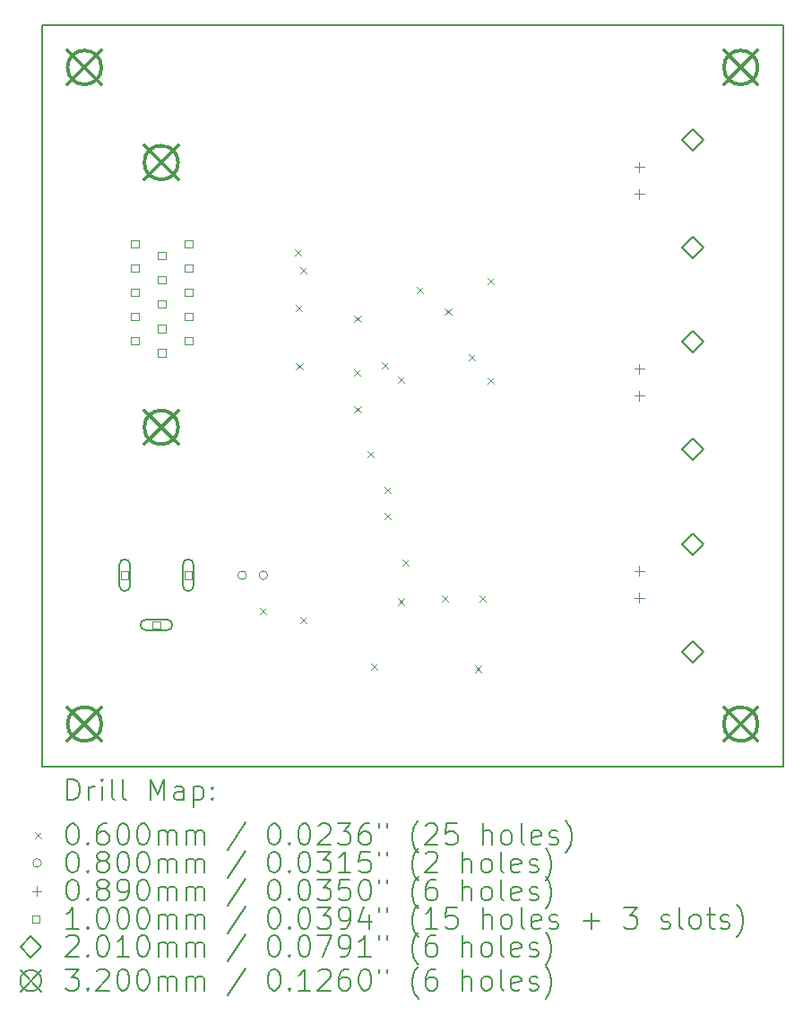
<source format=gbr>
%TF.GenerationSoftware,KiCad,Pcbnew,7.0.2*%
%TF.CreationDate,2023-06-12T01:54:00+02:00*%
%TF.ProjectId,RGB-YPbPr-Converter,5247422d-5950-4625-9072-2d436f6e7665,rev?*%
%TF.SameCoordinates,Original*%
%TF.FileFunction,Drillmap*%
%TF.FilePolarity,Positive*%
%FSLAX45Y45*%
G04 Gerber Fmt 4.5, Leading zero omitted, Abs format (unit mm)*
G04 Created by KiCad (PCBNEW 7.0.2) date 2023-06-12 01:54:00*
%MOMM*%
%LPD*%
G01*
G04 APERTURE LIST*
%ADD10C,0.150000*%
%ADD11C,0.200000*%
%ADD12C,0.060000*%
%ADD13C,0.080000*%
%ADD14C,0.089000*%
%ADD15C,0.100000*%
%ADD16C,0.201000*%
%ADD17C,0.320000*%
G04 APERTURE END LIST*
D10*
X10000000Y-10000000D02*
X17000000Y-10000000D01*
X17000000Y-17000000D01*
X10000000Y-17000000D01*
X10000000Y-10000000D01*
D11*
D12*
X12060000Y-15505000D02*
X12120000Y-15565000D01*
X12120000Y-15505000D02*
X12060000Y-15565000D01*
X12390000Y-12120000D02*
X12450000Y-12180000D01*
X12450000Y-12120000D02*
X12390000Y-12180000D01*
X12394375Y-12645625D02*
X12454375Y-12705625D01*
X12454375Y-12645625D02*
X12394375Y-12705625D01*
X12400000Y-13190000D02*
X12460000Y-13250000D01*
X12460000Y-13190000D02*
X12400000Y-13250000D01*
X12435000Y-15585000D02*
X12495000Y-15645000D01*
X12495000Y-15585000D02*
X12435000Y-15645000D01*
X12440000Y-12290000D02*
X12500000Y-12350000D01*
X12500000Y-12290000D02*
X12440000Y-12350000D01*
X12945000Y-13255000D02*
X13005000Y-13315000D01*
X13005000Y-13255000D02*
X12945000Y-13315000D01*
X12950000Y-12745000D02*
X13010000Y-12805000D01*
X13010000Y-12745000D02*
X12950000Y-12805000D01*
X12950000Y-13600000D02*
X13010000Y-13660000D01*
X13010000Y-13600000D02*
X12950000Y-13660000D01*
X13070000Y-14020000D02*
X13130000Y-14080000D01*
X13130000Y-14020000D02*
X13070000Y-14080000D01*
X13110000Y-16025000D02*
X13170000Y-16085000D01*
X13170000Y-16025000D02*
X13110000Y-16085000D01*
X13210000Y-13185000D02*
X13270000Y-13245000D01*
X13270000Y-13185000D02*
X13210000Y-13245000D01*
X13230000Y-14360000D02*
X13290000Y-14420000D01*
X13290000Y-14360000D02*
X13230000Y-14420000D01*
X13230000Y-14605000D02*
X13290000Y-14665000D01*
X13290000Y-14605000D02*
X13230000Y-14665000D01*
X13360000Y-13320000D02*
X13420000Y-13380000D01*
X13420000Y-13320000D02*
X13360000Y-13380000D01*
X13360000Y-15415000D02*
X13420000Y-15475000D01*
X13420000Y-15415000D02*
X13360000Y-15475000D01*
X13400000Y-15045000D02*
X13460000Y-15105000D01*
X13460000Y-15045000D02*
X13400000Y-15105000D01*
X13540000Y-12470000D02*
X13600000Y-12530000D01*
X13600000Y-12470000D02*
X13540000Y-12530000D01*
X13775000Y-15385000D02*
X13835000Y-15445000D01*
X13835000Y-15385000D02*
X13775000Y-15445000D01*
X13805000Y-12675000D02*
X13865000Y-12735000D01*
X13865000Y-12675000D02*
X13805000Y-12735000D01*
X14030000Y-13110000D02*
X14090000Y-13170000D01*
X14090000Y-13110000D02*
X14030000Y-13170000D01*
X14090000Y-16050000D02*
X14150000Y-16110000D01*
X14150000Y-16050000D02*
X14090000Y-16110000D01*
X14130000Y-15385000D02*
X14190000Y-15445000D01*
X14190000Y-15385000D02*
X14130000Y-15445000D01*
X14210000Y-12390000D02*
X14270000Y-12450000D01*
X14270000Y-12390000D02*
X14210000Y-12450000D01*
X14210000Y-13330000D02*
X14270000Y-13390000D01*
X14270000Y-13330000D02*
X14210000Y-13390000D01*
D13*
X11930000Y-15195000D02*
G75*
G03*
X11930000Y-15195000I-40000J0D01*
G01*
X12130000Y-15195000D02*
G75*
G03*
X12130000Y-15195000I-40000J0D01*
G01*
D14*
X15641100Y-11296500D02*
X15641100Y-11385500D01*
X15596600Y-11341000D02*
X15685600Y-11341000D01*
X15641100Y-11550500D02*
X15641100Y-11639500D01*
X15596600Y-11595000D02*
X15685600Y-11595000D01*
X15641100Y-13201500D02*
X15641100Y-13290500D01*
X15596600Y-13246000D02*
X15685600Y-13246000D01*
X15641100Y-13455500D02*
X15641100Y-13544500D01*
X15596600Y-13500000D02*
X15685600Y-13500000D01*
X15641100Y-15109500D02*
X15641100Y-15198500D01*
X15596600Y-15154000D02*
X15685600Y-15154000D01*
X15641100Y-15363500D02*
X15641100Y-15452500D01*
X15596600Y-15408000D02*
X15685600Y-15408000D01*
D15*
X10815356Y-15229425D02*
X10815356Y-15158713D01*
X10744644Y-15158713D01*
X10744644Y-15229425D01*
X10815356Y-15229425D01*
D11*
X10730000Y-15094069D02*
X10730000Y-15294069D01*
X10730000Y-15294069D02*
G75*
G03*
X10830000Y-15294069I50000J0D01*
G01*
X10830000Y-15294069D02*
X10830000Y-15094069D01*
X10830000Y-15094069D02*
G75*
G03*
X10730000Y-15094069I-50000J0D01*
G01*
D15*
X10912889Y-12099356D02*
X10912889Y-12028644D01*
X10842177Y-12028644D01*
X10842177Y-12099356D01*
X10912889Y-12099356D01*
X10912889Y-12328356D02*
X10912889Y-12257644D01*
X10842177Y-12257644D01*
X10842177Y-12328356D01*
X10912889Y-12328356D01*
X10912889Y-12557356D02*
X10912889Y-12486644D01*
X10842177Y-12486644D01*
X10842177Y-12557356D01*
X10912889Y-12557356D01*
X10912889Y-12786356D02*
X10912889Y-12715644D01*
X10842177Y-12715644D01*
X10842177Y-12786356D01*
X10912889Y-12786356D01*
X10912889Y-13015356D02*
X10912889Y-12944644D01*
X10842177Y-12944644D01*
X10842177Y-13015356D01*
X10912889Y-13015356D01*
X11115356Y-15699425D02*
X11115356Y-15628713D01*
X11044644Y-15628713D01*
X11044644Y-15699425D01*
X11115356Y-15699425D01*
D11*
X10980000Y-15714069D02*
X11180000Y-15714069D01*
X11180000Y-15714069D02*
G75*
G03*
X11180000Y-15614069I0J50000D01*
G01*
X11180000Y-15614069D02*
X10980000Y-15614069D01*
X10980000Y-15614069D02*
G75*
G03*
X10980000Y-15714069I0J-50000D01*
G01*
D15*
X11166889Y-12213856D02*
X11166889Y-12143144D01*
X11096177Y-12143144D01*
X11096177Y-12213856D01*
X11166889Y-12213856D01*
X11166889Y-12442856D02*
X11166889Y-12372144D01*
X11096177Y-12372144D01*
X11096177Y-12442856D01*
X11166889Y-12442856D01*
X11166889Y-12671856D02*
X11166889Y-12601144D01*
X11096177Y-12601144D01*
X11096177Y-12671856D01*
X11166889Y-12671856D01*
X11166889Y-12900856D02*
X11166889Y-12830144D01*
X11096177Y-12830144D01*
X11096177Y-12900856D01*
X11166889Y-12900856D01*
X11166889Y-13129856D02*
X11166889Y-13059144D01*
X11096177Y-13059144D01*
X11096177Y-13129856D01*
X11166889Y-13129856D01*
X11415356Y-15229425D02*
X11415356Y-15158713D01*
X11344644Y-15158713D01*
X11344644Y-15229425D01*
X11415356Y-15229425D01*
D11*
X11330000Y-15094069D02*
X11330000Y-15294069D01*
X11330000Y-15294069D02*
G75*
G03*
X11430000Y-15294069I50000J0D01*
G01*
X11430000Y-15294069D02*
X11430000Y-15094069D01*
X11430000Y-15094069D02*
G75*
G03*
X11330000Y-15094069I-50000J0D01*
G01*
D15*
X11420889Y-12099356D02*
X11420889Y-12028644D01*
X11350177Y-12028644D01*
X11350177Y-12099356D01*
X11420889Y-12099356D01*
X11420889Y-12328356D02*
X11420889Y-12257644D01*
X11350177Y-12257644D01*
X11350177Y-12328356D01*
X11420889Y-12328356D01*
X11420889Y-12557356D02*
X11420889Y-12486644D01*
X11350177Y-12486644D01*
X11350177Y-12557356D01*
X11420889Y-12557356D01*
X11420889Y-12786356D02*
X11420889Y-12715644D01*
X11350177Y-12715644D01*
X11350177Y-12786356D01*
X11420889Y-12786356D01*
X11420889Y-13015356D02*
X11420889Y-12944644D01*
X11350177Y-12944644D01*
X11350177Y-13015356D01*
X11420889Y-13015356D01*
D16*
X16149100Y-11187500D02*
X16249600Y-11087000D01*
X16149100Y-10986500D01*
X16048600Y-11087000D01*
X16149100Y-11187500D01*
X16149100Y-12203500D02*
X16249600Y-12103000D01*
X16149100Y-12002500D01*
X16048600Y-12103000D01*
X16149100Y-12203500D01*
X16149100Y-13092500D02*
X16249600Y-12992000D01*
X16149100Y-12891500D01*
X16048600Y-12992000D01*
X16149100Y-13092500D01*
X16149100Y-14108500D02*
X16249600Y-14008000D01*
X16149100Y-13907500D01*
X16048600Y-14008000D01*
X16149100Y-14108500D01*
X16149100Y-15000500D02*
X16249600Y-14900000D01*
X16149100Y-14799500D01*
X16048600Y-14900000D01*
X16149100Y-15000500D01*
X16149100Y-16016500D02*
X16249600Y-15916000D01*
X16149100Y-15815500D01*
X16048600Y-15916000D01*
X16149100Y-16016500D01*
D17*
X10240000Y-10240000D02*
X10560000Y-10560000D01*
X10560000Y-10240000D02*
X10240000Y-10560000D01*
X10560000Y-10400000D02*
G75*
G03*
X10560000Y-10400000I-160000J0D01*
G01*
X10240000Y-16440000D02*
X10560000Y-16760000D01*
X10560000Y-16440000D02*
X10240000Y-16760000D01*
X10560000Y-16600000D02*
G75*
G03*
X10560000Y-16600000I-160000J0D01*
G01*
X10964533Y-11138500D02*
X11284533Y-11458500D01*
X11284533Y-11138500D02*
X10964533Y-11458500D01*
X11284533Y-11298500D02*
G75*
G03*
X11284533Y-11298500I-160000J0D01*
G01*
X10964533Y-13638500D02*
X11284533Y-13958500D01*
X11284533Y-13638500D02*
X10964533Y-13958500D01*
X11284533Y-13798500D02*
G75*
G03*
X11284533Y-13798500I-160000J0D01*
G01*
X16440000Y-10240000D02*
X16760000Y-10560000D01*
X16760000Y-10240000D02*
X16440000Y-10560000D01*
X16760000Y-10400000D02*
G75*
G03*
X16760000Y-10400000I-160000J0D01*
G01*
X16440000Y-16440000D02*
X16760000Y-16760000D01*
X16760000Y-16440000D02*
X16440000Y-16760000D01*
X16760000Y-16600000D02*
G75*
G03*
X16760000Y-16600000I-160000J0D01*
G01*
D11*
X10240119Y-17320024D02*
X10240119Y-17120024D01*
X10240119Y-17120024D02*
X10287738Y-17120024D01*
X10287738Y-17120024D02*
X10316310Y-17129548D01*
X10316310Y-17129548D02*
X10335357Y-17148595D01*
X10335357Y-17148595D02*
X10344881Y-17167643D01*
X10344881Y-17167643D02*
X10354405Y-17205738D01*
X10354405Y-17205738D02*
X10354405Y-17234310D01*
X10354405Y-17234310D02*
X10344881Y-17272405D01*
X10344881Y-17272405D02*
X10335357Y-17291452D01*
X10335357Y-17291452D02*
X10316310Y-17310500D01*
X10316310Y-17310500D02*
X10287738Y-17320024D01*
X10287738Y-17320024D02*
X10240119Y-17320024D01*
X10440119Y-17320024D02*
X10440119Y-17186690D01*
X10440119Y-17224786D02*
X10449643Y-17205738D01*
X10449643Y-17205738D02*
X10459167Y-17196214D01*
X10459167Y-17196214D02*
X10478214Y-17186690D01*
X10478214Y-17186690D02*
X10497262Y-17186690D01*
X10563929Y-17320024D02*
X10563929Y-17186690D01*
X10563929Y-17120024D02*
X10554405Y-17129548D01*
X10554405Y-17129548D02*
X10563929Y-17139071D01*
X10563929Y-17139071D02*
X10573452Y-17129548D01*
X10573452Y-17129548D02*
X10563929Y-17120024D01*
X10563929Y-17120024D02*
X10563929Y-17139071D01*
X10687738Y-17320024D02*
X10668690Y-17310500D01*
X10668690Y-17310500D02*
X10659167Y-17291452D01*
X10659167Y-17291452D02*
X10659167Y-17120024D01*
X10792500Y-17320024D02*
X10773452Y-17310500D01*
X10773452Y-17310500D02*
X10763929Y-17291452D01*
X10763929Y-17291452D02*
X10763929Y-17120024D01*
X11021071Y-17320024D02*
X11021071Y-17120024D01*
X11021071Y-17120024D02*
X11087738Y-17262881D01*
X11087738Y-17262881D02*
X11154405Y-17120024D01*
X11154405Y-17120024D02*
X11154405Y-17320024D01*
X11335357Y-17320024D02*
X11335357Y-17215262D01*
X11335357Y-17215262D02*
X11325833Y-17196214D01*
X11325833Y-17196214D02*
X11306786Y-17186690D01*
X11306786Y-17186690D02*
X11268690Y-17186690D01*
X11268690Y-17186690D02*
X11249643Y-17196214D01*
X11335357Y-17310500D02*
X11316309Y-17320024D01*
X11316309Y-17320024D02*
X11268690Y-17320024D01*
X11268690Y-17320024D02*
X11249643Y-17310500D01*
X11249643Y-17310500D02*
X11240119Y-17291452D01*
X11240119Y-17291452D02*
X11240119Y-17272405D01*
X11240119Y-17272405D02*
X11249643Y-17253357D01*
X11249643Y-17253357D02*
X11268690Y-17243833D01*
X11268690Y-17243833D02*
X11316309Y-17243833D01*
X11316309Y-17243833D02*
X11335357Y-17234310D01*
X11430595Y-17186690D02*
X11430595Y-17386690D01*
X11430595Y-17196214D02*
X11449643Y-17186690D01*
X11449643Y-17186690D02*
X11487738Y-17186690D01*
X11487738Y-17186690D02*
X11506786Y-17196214D01*
X11506786Y-17196214D02*
X11516309Y-17205738D01*
X11516309Y-17205738D02*
X11525833Y-17224786D01*
X11525833Y-17224786D02*
X11525833Y-17281929D01*
X11525833Y-17281929D02*
X11516309Y-17300976D01*
X11516309Y-17300976D02*
X11506786Y-17310500D01*
X11506786Y-17310500D02*
X11487738Y-17320024D01*
X11487738Y-17320024D02*
X11449643Y-17320024D01*
X11449643Y-17320024D02*
X11430595Y-17310500D01*
X11611548Y-17300976D02*
X11621071Y-17310500D01*
X11621071Y-17310500D02*
X11611548Y-17320024D01*
X11611548Y-17320024D02*
X11602024Y-17310500D01*
X11602024Y-17310500D02*
X11611548Y-17300976D01*
X11611548Y-17300976D02*
X11611548Y-17320024D01*
X11611548Y-17196214D02*
X11621071Y-17205738D01*
X11621071Y-17205738D02*
X11611548Y-17215262D01*
X11611548Y-17215262D02*
X11602024Y-17205738D01*
X11602024Y-17205738D02*
X11611548Y-17196214D01*
X11611548Y-17196214D02*
X11611548Y-17215262D01*
D12*
X9932500Y-17617500D02*
X9992500Y-17677500D01*
X9992500Y-17617500D02*
X9932500Y-17677500D01*
D11*
X10278214Y-17540024D02*
X10297262Y-17540024D01*
X10297262Y-17540024D02*
X10316310Y-17549548D01*
X10316310Y-17549548D02*
X10325833Y-17559071D01*
X10325833Y-17559071D02*
X10335357Y-17578119D01*
X10335357Y-17578119D02*
X10344881Y-17616214D01*
X10344881Y-17616214D02*
X10344881Y-17663833D01*
X10344881Y-17663833D02*
X10335357Y-17701929D01*
X10335357Y-17701929D02*
X10325833Y-17720976D01*
X10325833Y-17720976D02*
X10316310Y-17730500D01*
X10316310Y-17730500D02*
X10297262Y-17740024D01*
X10297262Y-17740024D02*
X10278214Y-17740024D01*
X10278214Y-17740024D02*
X10259167Y-17730500D01*
X10259167Y-17730500D02*
X10249643Y-17720976D01*
X10249643Y-17720976D02*
X10240119Y-17701929D01*
X10240119Y-17701929D02*
X10230595Y-17663833D01*
X10230595Y-17663833D02*
X10230595Y-17616214D01*
X10230595Y-17616214D02*
X10240119Y-17578119D01*
X10240119Y-17578119D02*
X10249643Y-17559071D01*
X10249643Y-17559071D02*
X10259167Y-17549548D01*
X10259167Y-17549548D02*
X10278214Y-17540024D01*
X10430595Y-17720976D02*
X10440119Y-17730500D01*
X10440119Y-17730500D02*
X10430595Y-17740024D01*
X10430595Y-17740024D02*
X10421071Y-17730500D01*
X10421071Y-17730500D02*
X10430595Y-17720976D01*
X10430595Y-17720976D02*
X10430595Y-17740024D01*
X10611548Y-17540024D02*
X10573452Y-17540024D01*
X10573452Y-17540024D02*
X10554405Y-17549548D01*
X10554405Y-17549548D02*
X10544881Y-17559071D01*
X10544881Y-17559071D02*
X10525833Y-17587643D01*
X10525833Y-17587643D02*
X10516310Y-17625738D01*
X10516310Y-17625738D02*
X10516310Y-17701929D01*
X10516310Y-17701929D02*
X10525833Y-17720976D01*
X10525833Y-17720976D02*
X10535357Y-17730500D01*
X10535357Y-17730500D02*
X10554405Y-17740024D01*
X10554405Y-17740024D02*
X10592500Y-17740024D01*
X10592500Y-17740024D02*
X10611548Y-17730500D01*
X10611548Y-17730500D02*
X10621071Y-17720976D01*
X10621071Y-17720976D02*
X10630595Y-17701929D01*
X10630595Y-17701929D02*
X10630595Y-17654310D01*
X10630595Y-17654310D02*
X10621071Y-17635262D01*
X10621071Y-17635262D02*
X10611548Y-17625738D01*
X10611548Y-17625738D02*
X10592500Y-17616214D01*
X10592500Y-17616214D02*
X10554405Y-17616214D01*
X10554405Y-17616214D02*
X10535357Y-17625738D01*
X10535357Y-17625738D02*
X10525833Y-17635262D01*
X10525833Y-17635262D02*
X10516310Y-17654310D01*
X10754405Y-17540024D02*
X10773452Y-17540024D01*
X10773452Y-17540024D02*
X10792500Y-17549548D01*
X10792500Y-17549548D02*
X10802024Y-17559071D01*
X10802024Y-17559071D02*
X10811548Y-17578119D01*
X10811548Y-17578119D02*
X10821071Y-17616214D01*
X10821071Y-17616214D02*
X10821071Y-17663833D01*
X10821071Y-17663833D02*
X10811548Y-17701929D01*
X10811548Y-17701929D02*
X10802024Y-17720976D01*
X10802024Y-17720976D02*
X10792500Y-17730500D01*
X10792500Y-17730500D02*
X10773452Y-17740024D01*
X10773452Y-17740024D02*
X10754405Y-17740024D01*
X10754405Y-17740024D02*
X10735357Y-17730500D01*
X10735357Y-17730500D02*
X10725833Y-17720976D01*
X10725833Y-17720976D02*
X10716310Y-17701929D01*
X10716310Y-17701929D02*
X10706786Y-17663833D01*
X10706786Y-17663833D02*
X10706786Y-17616214D01*
X10706786Y-17616214D02*
X10716310Y-17578119D01*
X10716310Y-17578119D02*
X10725833Y-17559071D01*
X10725833Y-17559071D02*
X10735357Y-17549548D01*
X10735357Y-17549548D02*
X10754405Y-17540024D01*
X10944881Y-17540024D02*
X10963929Y-17540024D01*
X10963929Y-17540024D02*
X10982976Y-17549548D01*
X10982976Y-17549548D02*
X10992500Y-17559071D01*
X10992500Y-17559071D02*
X11002024Y-17578119D01*
X11002024Y-17578119D02*
X11011548Y-17616214D01*
X11011548Y-17616214D02*
X11011548Y-17663833D01*
X11011548Y-17663833D02*
X11002024Y-17701929D01*
X11002024Y-17701929D02*
X10992500Y-17720976D01*
X10992500Y-17720976D02*
X10982976Y-17730500D01*
X10982976Y-17730500D02*
X10963929Y-17740024D01*
X10963929Y-17740024D02*
X10944881Y-17740024D01*
X10944881Y-17740024D02*
X10925833Y-17730500D01*
X10925833Y-17730500D02*
X10916310Y-17720976D01*
X10916310Y-17720976D02*
X10906786Y-17701929D01*
X10906786Y-17701929D02*
X10897262Y-17663833D01*
X10897262Y-17663833D02*
X10897262Y-17616214D01*
X10897262Y-17616214D02*
X10906786Y-17578119D01*
X10906786Y-17578119D02*
X10916310Y-17559071D01*
X10916310Y-17559071D02*
X10925833Y-17549548D01*
X10925833Y-17549548D02*
X10944881Y-17540024D01*
X11097262Y-17740024D02*
X11097262Y-17606690D01*
X11097262Y-17625738D02*
X11106786Y-17616214D01*
X11106786Y-17616214D02*
X11125833Y-17606690D01*
X11125833Y-17606690D02*
X11154405Y-17606690D01*
X11154405Y-17606690D02*
X11173452Y-17616214D01*
X11173452Y-17616214D02*
X11182976Y-17635262D01*
X11182976Y-17635262D02*
X11182976Y-17740024D01*
X11182976Y-17635262D02*
X11192500Y-17616214D01*
X11192500Y-17616214D02*
X11211548Y-17606690D01*
X11211548Y-17606690D02*
X11240119Y-17606690D01*
X11240119Y-17606690D02*
X11259167Y-17616214D01*
X11259167Y-17616214D02*
X11268690Y-17635262D01*
X11268690Y-17635262D02*
X11268690Y-17740024D01*
X11363929Y-17740024D02*
X11363929Y-17606690D01*
X11363929Y-17625738D02*
X11373452Y-17616214D01*
X11373452Y-17616214D02*
X11392500Y-17606690D01*
X11392500Y-17606690D02*
X11421071Y-17606690D01*
X11421071Y-17606690D02*
X11440119Y-17616214D01*
X11440119Y-17616214D02*
X11449643Y-17635262D01*
X11449643Y-17635262D02*
X11449643Y-17740024D01*
X11449643Y-17635262D02*
X11459167Y-17616214D01*
X11459167Y-17616214D02*
X11478214Y-17606690D01*
X11478214Y-17606690D02*
X11506786Y-17606690D01*
X11506786Y-17606690D02*
X11525833Y-17616214D01*
X11525833Y-17616214D02*
X11535357Y-17635262D01*
X11535357Y-17635262D02*
X11535357Y-17740024D01*
X11925833Y-17530500D02*
X11754405Y-17787643D01*
X12182976Y-17540024D02*
X12202024Y-17540024D01*
X12202024Y-17540024D02*
X12221072Y-17549548D01*
X12221072Y-17549548D02*
X12230595Y-17559071D01*
X12230595Y-17559071D02*
X12240119Y-17578119D01*
X12240119Y-17578119D02*
X12249643Y-17616214D01*
X12249643Y-17616214D02*
X12249643Y-17663833D01*
X12249643Y-17663833D02*
X12240119Y-17701929D01*
X12240119Y-17701929D02*
X12230595Y-17720976D01*
X12230595Y-17720976D02*
X12221072Y-17730500D01*
X12221072Y-17730500D02*
X12202024Y-17740024D01*
X12202024Y-17740024D02*
X12182976Y-17740024D01*
X12182976Y-17740024D02*
X12163929Y-17730500D01*
X12163929Y-17730500D02*
X12154405Y-17720976D01*
X12154405Y-17720976D02*
X12144881Y-17701929D01*
X12144881Y-17701929D02*
X12135357Y-17663833D01*
X12135357Y-17663833D02*
X12135357Y-17616214D01*
X12135357Y-17616214D02*
X12144881Y-17578119D01*
X12144881Y-17578119D02*
X12154405Y-17559071D01*
X12154405Y-17559071D02*
X12163929Y-17549548D01*
X12163929Y-17549548D02*
X12182976Y-17540024D01*
X12335357Y-17720976D02*
X12344881Y-17730500D01*
X12344881Y-17730500D02*
X12335357Y-17740024D01*
X12335357Y-17740024D02*
X12325833Y-17730500D01*
X12325833Y-17730500D02*
X12335357Y-17720976D01*
X12335357Y-17720976D02*
X12335357Y-17740024D01*
X12468691Y-17540024D02*
X12487738Y-17540024D01*
X12487738Y-17540024D02*
X12506786Y-17549548D01*
X12506786Y-17549548D02*
X12516310Y-17559071D01*
X12516310Y-17559071D02*
X12525833Y-17578119D01*
X12525833Y-17578119D02*
X12535357Y-17616214D01*
X12535357Y-17616214D02*
X12535357Y-17663833D01*
X12535357Y-17663833D02*
X12525833Y-17701929D01*
X12525833Y-17701929D02*
X12516310Y-17720976D01*
X12516310Y-17720976D02*
X12506786Y-17730500D01*
X12506786Y-17730500D02*
X12487738Y-17740024D01*
X12487738Y-17740024D02*
X12468691Y-17740024D01*
X12468691Y-17740024D02*
X12449643Y-17730500D01*
X12449643Y-17730500D02*
X12440119Y-17720976D01*
X12440119Y-17720976D02*
X12430595Y-17701929D01*
X12430595Y-17701929D02*
X12421072Y-17663833D01*
X12421072Y-17663833D02*
X12421072Y-17616214D01*
X12421072Y-17616214D02*
X12430595Y-17578119D01*
X12430595Y-17578119D02*
X12440119Y-17559071D01*
X12440119Y-17559071D02*
X12449643Y-17549548D01*
X12449643Y-17549548D02*
X12468691Y-17540024D01*
X12611548Y-17559071D02*
X12621072Y-17549548D01*
X12621072Y-17549548D02*
X12640119Y-17540024D01*
X12640119Y-17540024D02*
X12687738Y-17540024D01*
X12687738Y-17540024D02*
X12706786Y-17549548D01*
X12706786Y-17549548D02*
X12716310Y-17559071D01*
X12716310Y-17559071D02*
X12725833Y-17578119D01*
X12725833Y-17578119D02*
X12725833Y-17597167D01*
X12725833Y-17597167D02*
X12716310Y-17625738D01*
X12716310Y-17625738D02*
X12602024Y-17740024D01*
X12602024Y-17740024D02*
X12725833Y-17740024D01*
X12792500Y-17540024D02*
X12916310Y-17540024D01*
X12916310Y-17540024D02*
X12849643Y-17616214D01*
X12849643Y-17616214D02*
X12878214Y-17616214D01*
X12878214Y-17616214D02*
X12897262Y-17625738D01*
X12897262Y-17625738D02*
X12906786Y-17635262D01*
X12906786Y-17635262D02*
X12916310Y-17654310D01*
X12916310Y-17654310D02*
X12916310Y-17701929D01*
X12916310Y-17701929D02*
X12906786Y-17720976D01*
X12906786Y-17720976D02*
X12897262Y-17730500D01*
X12897262Y-17730500D02*
X12878214Y-17740024D01*
X12878214Y-17740024D02*
X12821072Y-17740024D01*
X12821072Y-17740024D02*
X12802024Y-17730500D01*
X12802024Y-17730500D02*
X12792500Y-17720976D01*
X13087738Y-17540024D02*
X13049643Y-17540024D01*
X13049643Y-17540024D02*
X13030595Y-17549548D01*
X13030595Y-17549548D02*
X13021072Y-17559071D01*
X13021072Y-17559071D02*
X13002024Y-17587643D01*
X13002024Y-17587643D02*
X12992500Y-17625738D01*
X12992500Y-17625738D02*
X12992500Y-17701929D01*
X12992500Y-17701929D02*
X13002024Y-17720976D01*
X13002024Y-17720976D02*
X13011548Y-17730500D01*
X13011548Y-17730500D02*
X13030595Y-17740024D01*
X13030595Y-17740024D02*
X13068691Y-17740024D01*
X13068691Y-17740024D02*
X13087738Y-17730500D01*
X13087738Y-17730500D02*
X13097262Y-17720976D01*
X13097262Y-17720976D02*
X13106786Y-17701929D01*
X13106786Y-17701929D02*
X13106786Y-17654310D01*
X13106786Y-17654310D02*
X13097262Y-17635262D01*
X13097262Y-17635262D02*
X13087738Y-17625738D01*
X13087738Y-17625738D02*
X13068691Y-17616214D01*
X13068691Y-17616214D02*
X13030595Y-17616214D01*
X13030595Y-17616214D02*
X13011548Y-17625738D01*
X13011548Y-17625738D02*
X13002024Y-17635262D01*
X13002024Y-17635262D02*
X12992500Y-17654310D01*
X13182976Y-17540024D02*
X13182976Y-17578119D01*
X13259167Y-17540024D02*
X13259167Y-17578119D01*
X13554405Y-17816214D02*
X13544881Y-17806690D01*
X13544881Y-17806690D02*
X13525834Y-17778119D01*
X13525834Y-17778119D02*
X13516310Y-17759071D01*
X13516310Y-17759071D02*
X13506786Y-17730500D01*
X13506786Y-17730500D02*
X13497262Y-17682881D01*
X13497262Y-17682881D02*
X13497262Y-17644786D01*
X13497262Y-17644786D02*
X13506786Y-17597167D01*
X13506786Y-17597167D02*
X13516310Y-17568595D01*
X13516310Y-17568595D02*
X13525834Y-17549548D01*
X13525834Y-17549548D02*
X13544881Y-17520976D01*
X13544881Y-17520976D02*
X13554405Y-17511452D01*
X13621072Y-17559071D02*
X13630595Y-17549548D01*
X13630595Y-17549548D02*
X13649643Y-17540024D01*
X13649643Y-17540024D02*
X13697262Y-17540024D01*
X13697262Y-17540024D02*
X13716310Y-17549548D01*
X13716310Y-17549548D02*
X13725834Y-17559071D01*
X13725834Y-17559071D02*
X13735357Y-17578119D01*
X13735357Y-17578119D02*
X13735357Y-17597167D01*
X13735357Y-17597167D02*
X13725834Y-17625738D01*
X13725834Y-17625738D02*
X13611548Y-17740024D01*
X13611548Y-17740024D02*
X13735357Y-17740024D01*
X13916310Y-17540024D02*
X13821072Y-17540024D01*
X13821072Y-17540024D02*
X13811548Y-17635262D01*
X13811548Y-17635262D02*
X13821072Y-17625738D01*
X13821072Y-17625738D02*
X13840119Y-17616214D01*
X13840119Y-17616214D02*
X13887738Y-17616214D01*
X13887738Y-17616214D02*
X13906786Y-17625738D01*
X13906786Y-17625738D02*
X13916310Y-17635262D01*
X13916310Y-17635262D02*
X13925834Y-17654310D01*
X13925834Y-17654310D02*
X13925834Y-17701929D01*
X13925834Y-17701929D02*
X13916310Y-17720976D01*
X13916310Y-17720976D02*
X13906786Y-17730500D01*
X13906786Y-17730500D02*
X13887738Y-17740024D01*
X13887738Y-17740024D02*
X13840119Y-17740024D01*
X13840119Y-17740024D02*
X13821072Y-17730500D01*
X13821072Y-17730500D02*
X13811548Y-17720976D01*
X14163929Y-17740024D02*
X14163929Y-17540024D01*
X14249643Y-17740024D02*
X14249643Y-17635262D01*
X14249643Y-17635262D02*
X14240119Y-17616214D01*
X14240119Y-17616214D02*
X14221072Y-17606690D01*
X14221072Y-17606690D02*
X14192500Y-17606690D01*
X14192500Y-17606690D02*
X14173453Y-17616214D01*
X14173453Y-17616214D02*
X14163929Y-17625738D01*
X14373453Y-17740024D02*
X14354405Y-17730500D01*
X14354405Y-17730500D02*
X14344881Y-17720976D01*
X14344881Y-17720976D02*
X14335357Y-17701929D01*
X14335357Y-17701929D02*
X14335357Y-17644786D01*
X14335357Y-17644786D02*
X14344881Y-17625738D01*
X14344881Y-17625738D02*
X14354405Y-17616214D01*
X14354405Y-17616214D02*
X14373453Y-17606690D01*
X14373453Y-17606690D02*
X14402024Y-17606690D01*
X14402024Y-17606690D02*
X14421072Y-17616214D01*
X14421072Y-17616214D02*
X14430596Y-17625738D01*
X14430596Y-17625738D02*
X14440119Y-17644786D01*
X14440119Y-17644786D02*
X14440119Y-17701929D01*
X14440119Y-17701929D02*
X14430596Y-17720976D01*
X14430596Y-17720976D02*
X14421072Y-17730500D01*
X14421072Y-17730500D02*
X14402024Y-17740024D01*
X14402024Y-17740024D02*
X14373453Y-17740024D01*
X14554405Y-17740024D02*
X14535357Y-17730500D01*
X14535357Y-17730500D02*
X14525834Y-17711452D01*
X14525834Y-17711452D02*
X14525834Y-17540024D01*
X14706786Y-17730500D02*
X14687738Y-17740024D01*
X14687738Y-17740024D02*
X14649643Y-17740024D01*
X14649643Y-17740024D02*
X14630596Y-17730500D01*
X14630596Y-17730500D02*
X14621072Y-17711452D01*
X14621072Y-17711452D02*
X14621072Y-17635262D01*
X14621072Y-17635262D02*
X14630596Y-17616214D01*
X14630596Y-17616214D02*
X14649643Y-17606690D01*
X14649643Y-17606690D02*
X14687738Y-17606690D01*
X14687738Y-17606690D02*
X14706786Y-17616214D01*
X14706786Y-17616214D02*
X14716310Y-17635262D01*
X14716310Y-17635262D02*
X14716310Y-17654310D01*
X14716310Y-17654310D02*
X14621072Y-17673357D01*
X14792500Y-17730500D02*
X14811548Y-17740024D01*
X14811548Y-17740024D02*
X14849643Y-17740024D01*
X14849643Y-17740024D02*
X14868691Y-17730500D01*
X14868691Y-17730500D02*
X14878215Y-17711452D01*
X14878215Y-17711452D02*
X14878215Y-17701929D01*
X14878215Y-17701929D02*
X14868691Y-17682881D01*
X14868691Y-17682881D02*
X14849643Y-17673357D01*
X14849643Y-17673357D02*
X14821072Y-17673357D01*
X14821072Y-17673357D02*
X14802024Y-17663833D01*
X14802024Y-17663833D02*
X14792500Y-17644786D01*
X14792500Y-17644786D02*
X14792500Y-17635262D01*
X14792500Y-17635262D02*
X14802024Y-17616214D01*
X14802024Y-17616214D02*
X14821072Y-17606690D01*
X14821072Y-17606690D02*
X14849643Y-17606690D01*
X14849643Y-17606690D02*
X14868691Y-17616214D01*
X14944881Y-17816214D02*
X14954405Y-17806690D01*
X14954405Y-17806690D02*
X14973453Y-17778119D01*
X14973453Y-17778119D02*
X14982977Y-17759071D01*
X14982977Y-17759071D02*
X14992500Y-17730500D01*
X14992500Y-17730500D02*
X15002024Y-17682881D01*
X15002024Y-17682881D02*
X15002024Y-17644786D01*
X15002024Y-17644786D02*
X14992500Y-17597167D01*
X14992500Y-17597167D02*
X14982977Y-17568595D01*
X14982977Y-17568595D02*
X14973453Y-17549548D01*
X14973453Y-17549548D02*
X14954405Y-17520976D01*
X14954405Y-17520976D02*
X14944881Y-17511452D01*
D13*
X9992500Y-17911500D02*
G75*
G03*
X9992500Y-17911500I-40000J0D01*
G01*
D11*
X10278214Y-17804024D02*
X10297262Y-17804024D01*
X10297262Y-17804024D02*
X10316310Y-17813548D01*
X10316310Y-17813548D02*
X10325833Y-17823071D01*
X10325833Y-17823071D02*
X10335357Y-17842119D01*
X10335357Y-17842119D02*
X10344881Y-17880214D01*
X10344881Y-17880214D02*
X10344881Y-17927833D01*
X10344881Y-17927833D02*
X10335357Y-17965929D01*
X10335357Y-17965929D02*
X10325833Y-17984976D01*
X10325833Y-17984976D02*
X10316310Y-17994500D01*
X10316310Y-17994500D02*
X10297262Y-18004024D01*
X10297262Y-18004024D02*
X10278214Y-18004024D01*
X10278214Y-18004024D02*
X10259167Y-17994500D01*
X10259167Y-17994500D02*
X10249643Y-17984976D01*
X10249643Y-17984976D02*
X10240119Y-17965929D01*
X10240119Y-17965929D02*
X10230595Y-17927833D01*
X10230595Y-17927833D02*
X10230595Y-17880214D01*
X10230595Y-17880214D02*
X10240119Y-17842119D01*
X10240119Y-17842119D02*
X10249643Y-17823071D01*
X10249643Y-17823071D02*
X10259167Y-17813548D01*
X10259167Y-17813548D02*
X10278214Y-17804024D01*
X10430595Y-17984976D02*
X10440119Y-17994500D01*
X10440119Y-17994500D02*
X10430595Y-18004024D01*
X10430595Y-18004024D02*
X10421071Y-17994500D01*
X10421071Y-17994500D02*
X10430595Y-17984976D01*
X10430595Y-17984976D02*
X10430595Y-18004024D01*
X10554405Y-17889738D02*
X10535357Y-17880214D01*
X10535357Y-17880214D02*
X10525833Y-17870690D01*
X10525833Y-17870690D02*
X10516310Y-17851643D01*
X10516310Y-17851643D02*
X10516310Y-17842119D01*
X10516310Y-17842119D02*
X10525833Y-17823071D01*
X10525833Y-17823071D02*
X10535357Y-17813548D01*
X10535357Y-17813548D02*
X10554405Y-17804024D01*
X10554405Y-17804024D02*
X10592500Y-17804024D01*
X10592500Y-17804024D02*
X10611548Y-17813548D01*
X10611548Y-17813548D02*
X10621071Y-17823071D01*
X10621071Y-17823071D02*
X10630595Y-17842119D01*
X10630595Y-17842119D02*
X10630595Y-17851643D01*
X10630595Y-17851643D02*
X10621071Y-17870690D01*
X10621071Y-17870690D02*
X10611548Y-17880214D01*
X10611548Y-17880214D02*
X10592500Y-17889738D01*
X10592500Y-17889738D02*
X10554405Y-17889738D01*
X10554405Y-17889738D02*
X10535357Y-17899262D01*
X10535357Y-17899262D02*
X10525833Y-17908786D01*
X10525833Y-17908786D02*
X10516310Y-17927833D01*
X10516310Y-17927833D02*
X10516310Y-17965929D01*
X10516310Y-17965929D02*
X10525833Y-17984976D01*
X10525833Y-17984976D02*
X10535357Y-17994500D01*
X10535357Y-17994500D02*
X10554405Y-18004024D01*
X10554405Y-18004024D02*
X10592500Y-18004024D01*
X10592500Y-18004024D02*
X10611548Y-17994500D01*
X10611548Y-17994500D02*
X10621071Y-17984976D01*
X10621071Y-17984976D02*
X10630595Y-17965929D01*
X10630595Y-17965929D02*
X10630595Y-17927833D01*
X10630595Y-17927833D02*
X10621071Y-17908786D01*
X10621071Y-17908786D02*
X10611548Y-17899262D01*
X10611548Y-17899262D02*
X10592500Y-17889738D01*
X10754405Y-17804024D02*
X10773452Y-17804024D01*
X10773452Y-17804024D02*
X10792500Y-17813548D01*
X10792500Y-17813548D02*
X10802024Y-17823071D01*
X10802024Y-17823071D02*
X10811548Y-17842119D01*
X10811548Y-17842119D02*
X10821071Y-17880214D01*
X10821071Y-17880214D02*
X10821071Y-17927833D01*
X10821071Y-17927833D02*
X10811548Y-17965929D01*
X10811548Y-17965929D02*
X10802024Y-17984976D01*
X10802024Y-17984976D02*
X10792500Y-17994500D01*
X10792500Y-17994500D02*
X10773452Y-18004024D01*
X10773452Y-18004024D02*
X10754405Y-18004024D01*
X10754405Y-18004024D02*
X10735357Y-17994500D01*
X10735357Y-17994500D02*
X10725833Y-17984976D01*
X10725833Y-17984976D02*
X10716310Y-17965929D01*
X10716310Y-17965929D02*
X10706786Y-17927833D01*
X10706786Y-17927833D02*
X10706786Y-17880214D01*
X10706786Y-17880214D02*
X10716310Y-17842119D01*
X10716310Y-17842119D02*
X10725833Y-17823071D01*
X10725833Y-17823071D02*
X10735357Y-17813548D01*
X10735357Y-17813548D02*
X10754405Y-17804024D01*
X10944881Y-17804024D02*
X10963929Y-17804024D01*
X10963929Y-17804024D02*
X10982976Y-17813548D01*
X10982976Y-17813548D02*
X10992500Y-17823071D01*
X10992500Y-17823071D02*
X11002024Y-17842119D01*
X11002024Y-17842119D02*
X11011548Y-17880214D01*
X11011548Y-17880214D02*
X11011548Y-17927833D01*
X11011548Y-17927833D02*
X11002024Y-17965929D01*
X11002024Y-17965929D02*
X10992500Y-17984976D01*
X10992500Y-17984976D02*
X10982976Y-17994500D01*
X10982976Y-17994500D02*
X10963929Y-18004024D01*
X10963929Y-18004024D02*
X10944881Y-18004024D01*
X10944881Y-18004024D02*
X10925833Y-17994500D01*
X10925833Y-17994500D02*
X10916310Y-17984976D01*
X10916310Y-17984976D02*
X10906786Y-17965929D01*
X10906786Y-17965929D02*
X10897262Y-17927833D01*
X10897262Y-17927833D02*
X10897262Y-17880214D01*
X10897262Y-17880214D02*
X10906786Y-17842119D01*
X10906786Y-17842119D02*
X10916310Y-17823071D01*
X10916310Y-17823071D02*
X10925833Y-17813548D01*
X10925833Y-17813548D02*
X10944881Y-17804024D01*
X11097262Y-18004024D02*
X11097262Y-17870690D01*
X11097262Y-17889738D02*
X11106786Y-17880214D01*
X11106786Y-17880214D02*
X11125833Y-17870690D01*
X11125833Y-17870690D02*
X11154405Y-17870690D01*
X11154405Y-17870690D02*
X11173452Y-17880214D01*
X11173452Y-17880214D02*
X11182976Y-17899262D01*
X11182976Y-17899262D02*
X11182976Y-18004024D01*
X11182976Y-17899262D02*
X11192500Y-17880214D01*
X11192500Y-17880214D02*
X11211548Y-17870690D01*
X11211548Y-17870690D02*
X11240119Y-17870690D01*
X11240119Y-17870690D02*
X11259167Y-17880214D01*
X11259167Y-17880214D02*
X11268690Y-17899262D01*
X11268690Y-17899262D02*
X11268690Y-18004024D01*
X11363929Y-18004024D02*
X11363929Y-17870690D01*
X11363929Y-17889738D02*
X11373452Y-17880214D01*
X11373452Y-17880214D02*
X11392500Y-17870690D01*
X11392500Y-17870690D02*
X11421071Y-17870690D01*
X11421071Y-17870690D02*
X11440119Y-17880214D01*
X11440119Y-17880214D02*
X11449643Y-17899262D01*
X11449643Y-17899262D02*
X11449643Y-18004024D01*
X11449643Y-17899262D02*
X11459167Y-17880214D01*
X11459167Y-17880214D02*
X11478214Y-17870690D01*
X11478214Y-17870690D02*
X11506786Y-17870690D01*
X11506786Y-17870690D02*
X11525833Y-17880214D01*
X11525833Y-17880214D02*
X11535357Y-17899262D01*
X11535357Y-17899262D02*
X11535357Y-18004024D01*
X11925833Y-17794500D02*
X11754405Y-18051643D01*
X12182976Y-17804024D02*
X12202024Y-17804024D01*
X12202024Y-17804024D02*
X12221072Y-17813548D01*
X12221072Y-17813548D02*
X12230595Y-17823071D01*
X12230595Y-17823071D02*
X12240119Y-17842119D01*
X12240119Y-17842119D02*
X12249643Y-17880214D01*
X12249643Y-17880214D02*
X12249643Y-17927833D01*
X12249643Y-17927833D02*
X12240119Y-17965929D01*
X12240119Y-17965929D02*
X12230595Y-17984976D01*
X12230595Y-17984976D02*
X12221072Y-17994500D01*
X12221072Y-17994500D02*
X12202024Y-18004024D01*
X12202024Y-18004024D02*
X12182976Y-18004024D01*
X12182976Y-18004024D02*
X12163929Y-17994500D01*
X12163929Y-17994500D02*
X12154405Y-17984976D01*
X12154405Y-17984976D02*
X12144881Y-17965929D01*
X12144881Y-17965929D02*
X12135357Y-17927833D01*
X12135357Y-17927833D02*
X12135357Y-17880214D01*
X12135357Y-17880214D02*
X12144881Y-17842119D01*
X12144881Y-17842119D02*
X12154405Y-17823071D01*
X12154405Y-17823071D02*
X12163929Y-17813548D01*
X12163929Y-17813548D02*
X12182976Y-17804024D01*
X12335357Y-17984976D02*
X12344881Y-17994500D01*
X12344881Y-17994500D02*
X12335357Y-18004024D01*
X12335357Y-18004024D02*
X12325833Y-17994500D01*
X12325833Y-17994500D02*
X12335357Y-17984976D01*
X12335357Y-17984976D02*
X12335357Y-18004024D01*
X12468691Y-17804024D02*
X12487738Y-17804024D01*
X12487738Y-17804024D02*
X12506786Y-17813548D01*
X12506786Y-17813548D02*
X12516310Y-17823071D01*
X12516310Y-17823071D02*
X12525833Y-17842119D01*
X12525833Y-17842119D02*
X12535357Y-17880214D01*
X12535357Y-17880214D02*
X12535357Y-17927833D01*
X12535357Y-17927833D02*
X12525833Y-17965929D01*
X12525833Y-17965929D02*
X12516310Y-17984976D01*
X12516310Y-17984976D02*
X12506786Y-17994500D01*
X12506786Y-17994500D02*
X12487738Y-18004024D01*
X12487738Y-18004024D02*
X12468691Y-18004024D01*
X12468691Y-18004024D02*
X12449643Y-17994500D01*
X12449643Y-17994500D02*
X12440119Y-17984976D01*
X12440119Y-17984976D02*
X12430595Y-17965929D01*
X12430595Y-17965929D02*
X12421072Y-17927833D01*
X12421072Y-17927833D02*
X12421072Y-17880214D01*
X12421072Y-17880214D02*
X12430595Y-17842119D01*
X12430595Y-17842119D02*
X12440119Y-17823071D01*
X12440119Y-17823071D02*
X12449643Y-17813548D01*
X12449643Y-17813548D02*
X12468691Y-17804024D01*
X12602024Y-17804024D02*
X12725833Y-17804024D01*
X12725833Y-17804024D02*
X12659167Y-17880214D01*
X12659167Y-17880214D02*
X12687738Y-17880214D01*
X12687738Y-17880214D02*
X12706786Y-17889738D01*
X12706786Y-17889738D02*
X12716310Y-17899262D01*
X12716310Y-17899262D02*
X12725833Y-17918310D01*
X12725833Y-17918310D02*
X12725833Y-17965929D01*
X12725833Y-17965929D02*
X12716310Y-17984976D01*
X12716310Y-17984976D02*
X12706786Y-17994500D01*
X12706786Y-17994500D02*
X12687738Y-18004024D01*
X12687738Y-18004024D02*
X12630595Y-18004024D01*
X12630595Y-18004024D02*
X12611548Y-17994500D01*
X12611548Y-17994500D02*
X12602024Y-17984976D01*
X12916310Y-18004024D02*
X12802024Y-18004024D01*
X12859167Y-18004024D02*
X12859167Y-17804024D01*
X12859167Y-17804024D02*
X12840119Y-17832595D01*
X12840119Y-17832595D02*
X12821072Y-17851643D01*
X12821072Y-17851643D02*
X12802024Y-17861167D01*
X13097262Y-17804024D02*
X13002024Y-17804024D01*
X13002024Y-17804024D02*
X12992500Y-17899262D01*
X12992500Y-17899262D02*
X13002024Y-17889738D01*
X13002024Y-17889738D02*
X13021072Y-17880214D01*
X13021072Y-17880214D02*
X13068691Y-17880214D01*
X13068691Y-17880214D02*
X13087738Y-17889738D01*
X13087738Y-17889738D02*
X13097262Y-17899262D01*
X13097262Y-17899262D02*
X13106786Y-17918310D01*
X13106786Y-17918310D02*
X13106786Y-17965929D01*
X13106786Y-17965929D02*
X13097262Y-17984976D01*
X13097262Y-17984976D02*
X13087738Y-17994500D01*
X13087738Y-17994500D02*
X13068691Y-18004024D01*
X13068691Y-18004024D02*
X13021072Y-18004024D01*
X13021072Y-18004024D02*
X13002024Y-17994500D01*
X13002024Y-17994500D02*
X12992500Y-17984976D01*
X13182976Y-17804024D02*
X13182976Y-17842119D01*
X13259167Y-17804024D02*
X13259167Y-17842119D01*
X13554405Y-18080214D02*
X13544881Y-18070690D01*
X13544881Y-18070690D02*
X13525834Y-18042119D01*
X13525834Y-18042119D02*
X13516310Y-18023071D01*
X13516310Y-18023071D02*
X13506786Y-17994500D01*
X13506786Y-17994500D02*
X13497262Y-17946881D01*
X13497262Y-17946881D02*
X13497262Y-17908786D01*
X13497262Y-17908786D02*
X13506786Y-17861167D01*
X13506786Y-17861167D02*
X13516310Y-17832595D01*
X13516310Y-17832595D02*
X13525834Y-17813548D01*
X13525834Y-17813548D02*
X13544881Y-17784976D01*
X13544881Y-17784976D02*
X13554405Y-17775452D01*
X13621072Y-17823071D02*
X13630595Y-17813548D01*
X13630595Y-17813548D02*
X13649643Y-17804024D01*
X13649643Y-17804024D02*
X13697262Y-17804024D01*
X13697262Y-17804024D02*
X13716310Y-17813548D01*
X13716310Y-17813548D02*
X13725834Y-17823071D01*
X13725834Y-17823071D02*
X13735357Y-17842119D01*
X13735357Y-17842119D02*
X13735357Y-17861167D01*
X13735357Y-17861167D02*
X13725834Y-17889738D01*
X13725834Y-17889738D02*
X13611548Y-18004024D01*
X13611548Y-18004024D02*
X13735357Y-18004024D01*
X13973453Y-18004024D02*
X13973453Y-17804024D01*
X14059167Y-18004024D02*
X14059167Y-17899262D01*
X14059167Y-17899262D02*
X14049643Y-17880214D01*
X14049643Y-17880214D02*
X14030596Y-17870690D01*
X14030596Y-17870690D02*
X14002024Y-17870690D01*
X14002024Y-17870690D02*
X13982976Y-17880214D01*
X13982976Y-17880214D02*
X13973453Y-17889738D01*
X14182976Y-18004024D02*
X14163929Y-17994500D01*
X14163929Y-17994500D02*
X14154405Y-17984976D01*
X14154405Y-17984976D02*
X14144881Y-17965929D01*
X14144881Y-17965929D02*
X14144881Y-17908786D01*
X14144881Y-17908786D02*
X14154405Y-17889738D01*
X14154405Y-17889738D02*
X14163929Y-17880214D01*
X14163929Y-17880214D02*
X14182976Y-17870690D01*
X14182976Y-17870690D02*
X14211548Y-17870690D01*
X14211548Y-17870690D02*
X14230596Y-17880214D01*
X14230596Y-17880214D02*
X14240119Y-17889738D01*
X14240119Y-17889738D02*
X14249643Y-17908786D01*
X14249643Y-17908786D02*
X14249643Y-17965929D01*
X14249643Y-17965929D02*
X14240119Y-17984976D01*
X14240119Y-17984976D02*
X14230596Y-17994500D01*
X14230596Y-17994500D02*
X14211548Y-18004024D01*
X14211548Y-18004024D02*
X14182976Y-18004024D01*
X14363929Y-18004024D02*
X14344881Y-17994500D01*
X14344881Y-17994500D02*
X14335357Y-17975452D01*
X14335357Y-17975452D02*
X14335357Y-17804024D01*
X14516310Y-17994500D02*
X14497262Y-18004024D01*
X14497262Y-18004024D02*
X14459167Y-18004024D01*
X14459167Y-18004024D02*
X14440119Y-17994500D01*
X14440119Y-17994500D02*
X14430596Y-17975452D01*
X14430596Y-17975452D02*
X14430596Y-17899262D01*
X14430596Y-17899262D02*
X14440119Y-17880214D01*
X14440119Y-17880214D02*
X14459167Y-17870690D01*
X14459167Y-17870690D02*
X14497262Y-17870690D01*
X14497262Y-17870690D02*
X14516310Y-17880214D01*
X14516310Y-17880214D02*
X14525834Y-17899262D01*
X14525834Y-17899262D02*
X14525834Y-17918310D01*
X14525834Y-17918310D02*
X14430596Y-17937357D01*
X14602024Y-17994500D02*
X14621072Y-18004024D01*
X14621072Y-18004024D02*
X14659167Y-18004024D01*
X14659167Y-18004024D02*
X14678215Y-17994500D01*
X14678215Y-17994500D02*
X14687738Y-17975452D01*
X14687738Y-17975452D02*
X14687738Y-17965929D01*
X14687738Y-17965929D02*
X14678215Y-17946881D01*
X14678215Y-17946881D02*
X14659167Y-17937357D01*
X14659167Y-17937357D02*
X14630596Y-17937357D01*
X14630596Y-17937357D02*
X14611548Y-17927833D01*
X14611548Y-17927833D02*
X14602024Y-17908786D01*
X14602024Y-17908786D02*
X14602024Y-17899262D01*
X14602024Y-17899262D02*
X14611548Y-17880214D01*
X14611548Y-17880214D02*
X14630596Y-17870690D01*
X14630596Y-17870690D02*
X14659167Y-17870690D01*
X14659167Y-17870690D02*
X14678215Y-17880214D01*
X14754405Y-18080214D02*
X14763929Y-18070690D01*
X14763929Y-18070690D02*
X14782977Y-18042119D01*
X14782977Y-18042119D02*
X14792500Y-18023071D01*
X14792500Y-18023071D02*
X14802024Y-17994500D01*
X14802024Y-17994500D02*
X14811548Y-17946881D01*
X14811548Y-17946881D02*
X14811548Y-17908786D01*
X14811548Y-17908786D02*
X14802024Y-17861167D01*
X14802024Y-17861167D02*
X14792500Y-17832595D01*
X14792500Y-17832595D02*
X14782977Y-17813548D01*
X14782977Y-17813548D02*
X14763929Y-17784976D01*
X14763929Y-17784976D02*
X14754405Y-17775452D01*
D14*
X9948000Y-18131000D02*
X9948000Y-18220000D01*
X9903500Y-18175500D02*
X9992500Y-18175500D01*
D11*
X10278214Y-18068024D02*
X10297262Y-18068024D01*
X10297262Y-18068024D02*
X10316310Y-18077548D01*
X10316310Y-18077548D02*
X10325833Y-18087071D01*
X10325833Y-18087071D02*
X10335357Y-18106119D01*
X10335357Y-18106119D02*
X10344881Y-18144214D01*
X10344881Y-18144214D02*
X10344881Y-18191833D01*
X10344881Y-18191833D02*
X10335357Y-18229929D01*
X10335357Y-18229929D02*
X10325833Y-18248976D01*
X10325833Y-18248976D02*
X10316310Y-18258500D01*
X10316310Y-18258500D02*
X10297262Y-18268024D01*
X10297262Y-18268024D02*
X10278214Y-18268024D01*
X10278214Y-18268024D02*
X10259167Y-18258500D01*
X10259167Y-18258500D02*
X10249643Y-18248976D01*
X10249643Y-18248976D02*
X10240119Y-18229929D01*
X10240119Y-18229929D02*
X10230595Y-18191833D01*
X10230595Y-18191833D02*
X10230595Y-18144214D01*
X10230595Y-18144214D02*
X10240119Y-18106119D01*
X10240119Y-18106119D02*
X10249643Y-18087071D01*
X10249643Y-18087071D02*
X10259167Y-18077548D01*
X10259167Y-18077548D02*
X10278214Y-18068024D01*
X10430595Y-18248976D02*
X10440119Y-18258500D01*
X10440119Y-18258500D02*
X10430595Y-18268024D01*
X10430595Y-18268024D02*
X10421071Y-18258500D01*
X10421071Y-18258500D02*
X10430595Y-18248976D01*
X10430595Y-18248976D02*
X10430595Y-18268024D01*
X10554405Y-18153738D02*
X10535357Y-18144214D01*
X10535357Y-18144214D02*
X10525833Y-18134690D01*
X10525833Y-18134690D02*
X10516310Y-18115643D01*
X10516310Y-18115643D02*
X10516310Y-18106119D01*
X10516310Y-18106119D02*
X10525833Y-18087071D01*
X10525833Y-18087071D02*
X10535357Y-18077548D01*
X10535357Y-18077548D02*
X10554405Y-18068024D01*
X10554405Y-18068024D02*
X10592500Y-18068024D01*
X10592500Y-18068024D02*
X10611548Y-18077548D01*
X10611548Y-18077548D02*
X10621071Y-18087071D01*
X10621071Y-18087071D02*
X10630595Y-18106119D01*
X10630595Y-18106119D02*
X10630595Y-18115643D01*
X10630595Y-18115643D02*
X10621071Y-18134690D01*
X10621071Y-18134690D02*
X10611548Y-18144214D01*
X10611548Y-18144214D02*
X10592500Y-18153738D01*
X10592500Y-18153738D02*
X10554405Y-18153738D01*
X10554405Y-18153738D02*
X10535357Y-18163262D01*
X10535357Y-18163262D02*
X10525833Y-18172786D01*
X10525833Y-18172786D02*
X10516310Y-18191833D01*
X10516310Y-18191833D02*
X10516310Y-18229929D01*
X10516310Y-18229929D02*
X10525833Y-18248976D01*
X10525833Y-18248976D02*
X10535357Y-18258500D01*
X10535357Y-18258500D02*
X10554405Y-18268024D01*
X10554405Y-18268024D02*
X10592500Y-18268024D01*
X10592500Y-18268024D02*
X10611548Y-18258500D01*
X10611548Y-18258500D02*
X10621071Y-18248976D01*
X10621071Y-18248976D02*
X10630595Y-18229929D01*
X10630595Y-18229929D02*
X10630595Y-18191833D01*
X10630595Y-18191833D02*
X10621071Y-18172786D01*
X10621071Y-18172786D02*
X10611548Y-18163262D01*
X10611548Y-18163262D02*
X10592500Y-18153738D01*
X10725833Y-18268024D02*
X10763929Y-18268024D01*
X10763929Y-18268024D02*
X10782976Y-18258500D01*
X10782976Y-18258500D02*
X10792500Y-18248976D01*
X10792500Y-18248976D02*
X10811548Y-18220405D01*
X10811548Y-18220405D02*
X10821071Y-18182310D01*
X10821071Y-18182310D02*
X10821071Y-18106119D01*
X10821071Y-18106119D02*
X10811548Y-18087071D01*
X10811548Y-18087071D02*
X10802024Y-18077548D01*
X10802024Y-18077548D02*
X10782976Y-18068024D01*
X10782976Y-18068024D02*
X10744881Y-18068024D01*
X10744881Y-18068024D02*
X10725833Y-18077548D01*
X10725833Y-18077548D02*
X10716310Y-18087071D01*
X10716310Y-18087071D02*
X10706786Y-18106119D01*
X10706786Y-18106119D02*
X10706786Y-18153738D01*
X10706786Y-18153738D02*
X10716310Y-18172786D01*
X10716310Y-18172786D02*
X10725833Y-18182310D01*
X10725833Y-18182310D02*
X10744881Y-18191833D01*
X10744881Y-18191833D02*
X10782976Y-18191833D01*
X10782976Y-18191833D02*
X10802024Y-18182310D01*
X10802024Y-18182310D02*
X10811548Y-18172786D01*
X10811548Y-18172786D02*
X10821071Y-18153738D01*
X10944881Y-18068024D02*
X10963929Y-18068024D01*
X10963929Y-18068024D02*
X10982976Y-18077548D01*
X10982976Y-18077548D02*
X10992500Y-18087071D01*
X10992500Y-18087071D02*
X11002024Y-18106119D01*
X11002024Y-18106119D02*
X11011548Y-18144214D01*
X11011548Y-18144214D02*
X11011548Y-18191833D01*
X11011548Y-18191833D02*
X11002024Y-18229929D01*
X11002024Y-18229929D02*
X10992500Y-18248976D01*
X10992500Y-18248976D02*
X10982976Y-18258500D01*
X10982976Y-18258500D02*
X10963929Y-18268024D01*
X10963929Y-18268024D02*
X10944881Y-18268024D01*
X10944881Y-18268024D02*
X10925833Y-18258500D01*
X10925833Y-18258500D02*
X10916310Y-18248976D01*
X10916310Y-18248976D02*
X10906786Y-18229929D01*
X10906786Y-18229929D02*
X10897262Y-18191833D01*
X10897262Y-18191833D02*
X10897262Y-18144214D01*
X10897262Y-18144214D02*
X10906786Y-18106119D01*
X10906786Y-18106119D02*
X10916310Y-18087071D01*
X10916310Y-18087071D02*
X10925833Y-18077548D01*
X10925833Y-18077548D02*
X10944881Y-18068024D01*
X11097262Y-18268024D02*
X11097262Y-18134690D01*
X11097262Y-18153738D02*
X11106786Y-18144214D01*
X11106786Y-18144214D02*
X11125833Y-18134690D01*
X11125833Y-18134690D02*
X11154405Y-18134690D01*
X11154405Y-18134690D02*
X11173452Y-18144214D01*
X11173452Y-18144214D02*
X11182976Y-18163262D01*
X11182976Y-18163262D02*
X11182976Y-18268024D01*
X11182976Y-18163262D02*
X11192500Y-18144214D01*
X11192500Y-18144214D02*
X11211548Y-18134690D01*
X11211548Y-18134690D02*
X11240119Y-18134690D01*
X11240119Y-18134690D02*
X11259167Y-18144214D01*
X11259167Y-18144214D02*
X11268690Y-18163262D01*
X11268690Y-18163262D02*
X11268690Y-18268024D01*
X11363929Y-18268024D02*
X11363929Y-18134690D01*
X11363929Y-18153738D02*
X11373452Y-18144214D01*
X11373452Y-18144214D02*
X11392500Y-18134690D01*
X11392500Y-18134690D02*
X11421071Y-18134690D01*
X11421071Y-18134690D02*
X11440119Y-18144214D01*
X11440119Y-18144214D02*
X11449643Y-18163262D01*
X11449643Y-18163262D02*
X11449643Y-18268024D01*
X11449643Y-18163262D02*
X11459167Y-18144214D01*
X11459167Y-18144214D02*
X11478214Y-18134690D01*
X11478214Y-18134690D02*
X11506786Y-18134690D01*
X11506786Y-18134690D02*
X11525833Y-18144214D01*
X11525833Y-18144214D02*
X11535357Y-18163262D01*
X11535357Y-18163262D02*
X11535357Y-18268024D01*
X11925833Y-18058500D02*
X11754405Y-18315643D01*
X12182976Y-18068024D02*
X12202024Y-18068024D01*
X12202024Y-18068024D02*
X12221072Y-18077548D01*
X12221072Y-18077548D02*
X12230595Y-18087071D01*
X12230595Y-18087071D02*
X12240119Y-18106119D01*
X12240119Y-18106119D02*
X12249643Y-18144214D01*
X12249643Y-18144214D02*
X12249643Y-18191833D01*
X12249643Y-18191833D02*
X12240119Y-18229929D01*
X12240119Y-18229929D02*
X12230595Y-18248976D01*
X12230595Y-18248976D02*
X12221072Y-18258500D01*
X12221072Y-18258500D02*
X12202024Y-18268024D01*
X12202024Y-18268024D02*
X12182976Y-18268024D01*
X12182976Y-18268024D02*
X12163929Y-18258500D01*
X12163929Y-18258500D02*
X12154405Y-18248976D01*
X12154405Y-18248976D02*
X12144881Y-18229929D01*
X12144881Y-18229929D02*
X12135357Y-18191833D01*
X12135357Y-18191833D02*
X12135357Y-18144214D01*
X12135357Y-18144214D02*
X12144881Y-18106119D01*
X12144881Y-18106119D02*
X12154405Y-18087071D01*
X12154405Y-18087071D02*
X12163929Y-18077548D01*
X12163929Y-18077548D02*
X12182976Y-18068024D01*
X12335357Y-18248976D02*
X12344881Y-18258500D01*
X12344881Y-18258500D02*
X12335357Y-18268024D01*
X12335357Y-18268024D02*
X12325833Y-18258500D01*
X12325833Y-18258500D02*
X12335357Y-18248976D01*
X12335357Y-18248976D02*
X12335357Y-18268024D01*
X12468691Y-18068024D02*
X12487738Y-18068024D01*
X12487738Y-18068024D02*
X12506786Y-18077548D01*
X12506786Y-18077548D02*
X12516310Y-18087071D01*
X12516310Y-18087071D02*
X12525833Y-18106119D01*
X12525833Y-18106119D02*
X12535357Y-18144214D01*
X12535357Y-18144214D02*
X12535357Y-18191833D01*
X12535357Y-18191833D02*
X12525833Y-18229929D01*
X12525833Y-18229929D02*
X12516310Y-18248976D01*
X12516310Y-18248976D02*
X12506786Y-18258500D01*
X12506786Y-18258500D02*
X12487738Y-18268024D01*
X12487738Y-18268024D02*
X12468691Y-18268024D01*
X12468691Y-18268024D02*
X12449643Y-18258500D01*
X12449643Y-18258500D02*
X12440119Y-18248976D01*
X12440119Y-18248976D02*
X12430595Y-18229929D01*
X12430595Y-18229929D02*
X12421072Y-18191833D01*
X12421072Y-18191833D02*
X12421072Y-18144214D01*
X12421072Y-18144214D02*
X12430595Y-18106119D01*
X12430595Y-18106119D02*
X12440119Y-18087071D01*
X12440119Y-18087071D02*
X12449643Y-18077548D01*
X12449643Y-18077548D02*
X12468691Y-18068024D01*
X12602024Y-18068024D02*
X12725833Y-18068024D01*
X12725833Y-18068024D02*
X12659167Y-18144214D01*
X12659167Y-18144214D02*
X12687738Y-18144214D01*
X12687738Y-18144214D02*
X12706786Y-18153738D01*
X12706786Y-18153738D02*
X12716310Y-18163262D01*
X12716310Y-18163262D02*
X12725833Y-18182310D01*
X12725833Y-18182310D02*
X12725833Y-18229929D01*
X12725833Y-18229929D02*
X12716310Y-18248976D01*
X12716310Y-18248976D02*
X12706786Y-18258500D01*
X12706786Y-18258500D02*
X12687738Y-18268024D01*
X12687738Y-18268024D02*
X12630595Y-18268024D01*
X12630595Y-18268024D02*
X12611548Y-18258500D01*
X12611548Y-18258500D02*
X12602024Y-18248976D01*
X12906786Y-18068024D02*
X12811548Y-18068024D01*
X12811548Y-18068024D02*
X12802024Y-18163262D01*
X12802024Y-18163262D02*
X12811548Y-18153738D01*
X12811548Y-18153738D02*
X12830595Y-18144214D01*
X12830595Y-18144214D02*
X12878214Y-18144214D01*
X12878214Y-18144214D02*
X12897262Y-18153738D01*
X12897262Y-18153738D02*
X12906786Y-18163262D01*
X12906786Y-18163262D02*
X12916310Y-18182310D01*
X12916310Y-18182310D02*
X12916310Y-18229929D01*
X12916310Y-18229929D02*
X12906786Y-18248976D01*
X12906786Y-18248976D02*
X12897262Y-18258500D01*
X12897262Y-18258500D02*
X12878214Y-18268024D01*
X12878214Y-18268024D02*
X12830595Y-18268024D01*
X12830595Y-18268024D02*
X12811548Y-18258500D01*
X12811548Y-18258500D02*
X12802024Y-18248976D01*
X13040119Y-18068024D02*
X13059167Y-18068024D01*
X13059167Y-18068024D02*
X13078214Y-18077548D01*
X13078214Y-18077548D02*
X13087738Y-18087071D01*
X13087738Y-18087071D02*
X13097262Y-18106119D01*
X13097262Y-18106119D02*
X13106786Y-18144214D01*
X13106786Y-18144214D02*
X13106786Y-18191833D01*
X13106786Y-18191833D02*
X13097262Y-18229929D01*
X13097262Y-18229929D02*
X13087738Y-18248976D01*
X13087738Y-18248976D02*
X13078214Y-18258500D01*
X13078214Y-18258500D02*
X13059167Y-18268024D01*
X13059167Y-18268024D02*
X13040119Y-18268024D01*
X13040119Y-18268024D02*
X13021072Y-18258500D01*
X13021072Y-18258500D02*
X13011548Y-18248976D01*
X13011548Y-18248976D02*
X13002024Y-18229929D01*
X13002024Y-18229929D02*
X12992500Y-18191833D01*
X12992500Y-18191833D02*
X12992500Y-18144214D01*
X12992500Y-18144214D02*
X13002024Y-18106119D01*
X13002024Y-18106119D02*
X13011548Y-18087071D01*
X13011548Y-18087071D02*
X13021072Y-18077548D01*
X13021072Y-18077548D02*
X13040119Y-18068024D01*
X13182976Y-18068024D02*
X13182976Y-18106119D01*
X13259167Y-18068024D02*
X13259167Y-18106119D01*
X13554405Y-18344214D02*
X13544881Y-18334690D01*
X13544881Y-18334690D02*
X13525834Y-18306119D01*
X13525834Y-18306119D02*
X13516310Y-18287071D01*
X13516310Y-18287071D02*
X13506786Y-18258500D01*
X13506786Y-18258500D02*
X13497262Y-18210881D01*
X13497262Y-18210881D02*
X13497262Y-18172786D01*
X13497262Y-18172786D02*
X13506786Y-18125167D01*
X13506786Y-18125167D02*
X13516310Y-18096595D01*
X13516310Y-18096595D02*
X13525834Y-18077548D01*
X13525834Y-18077548D02*
X13544881Y-18048976D01*
X13544881Y-18048976D02*
X13554405Y-18039452D01*
X13716310Y-18068024D02*
X13678214Y-18068024D01*
X13678214Y-18068024D02*
X13659167Y-18077548D01*
X13659167Y-18077548D02*
X13649643Y-18087071D01*
X13649643Y-18087071D02*
X13630595Y-18115643D01*
X13630595Y-18115643D02*
X13621072Y-18153738D01*
X13621072Y-18153738D02*
X13621072Y-18229929D01*
X13621072Y-18229929D02*
X13630595Y-18248976D01*
X13630595Y-18248976D02*
X13640119Y-18258500D01*
X13640119Y-18258500D02*
X13659167Y-18268024D01*
X13659167Y-18268024D02*
X13697262Y-18268024D01*
X13697262Y-18268024D02*
X13716310Y-18258500D01*
X13716310Y-18258500D02*
X13725834Y-18248976D01*
X13725834Y-18248976D02*
X13735357Y-18229929D01*
X13735357Y-18229929D02*
X13735357Y-18182310D01*
X13735357Y-18182310D02*
X13725834Y-18163262D01*
X13725834Y-18163262D02*
X13716310Y-18153738D01*
X13716310Y-18153738D02*
X13697262Y-18144214D01*
X13697262Y-18144214D02*
X13659167Y-18144214D01*
X13659167Y-18144214D02*
X13640119Y-18153738D01*
X13640119Y-18153738D02*
X13630595Y-18163262D01*
X13630595Y-18163262D02*
X13621072Y-18182310D01*
X13973453Y-18268024D02*
X13973453Y-18068024D01*
X14059167Y-18268024D02*
X14059167Y-18163262D01*
X14059167Y-18163262D02*
X14049643Y-18144214D01*
X14049643Y-18144214D02*
X14030596Y-18134690D01*
X14030596Y-18134690D02*
X14002024Y-18134690D01*
X14002024Y-18134690D02*
X13982976Y-18144214D01*
X13982976Y-18144214D02*
X13973453Y-18153738D01*
X14182976Y-18268024D02*
X14163929Y-18258500D01*
X14163929Y-18258500D02*
X14154405Y-18248976D01*
X14154405Y-18248976D02*
X14144881Y-18229929D01*
X14144881Y-18229929D02*
X14144881Y-18172786D01*
X14144881Y-18172786D02*
X14154405Y-18153738D01*
X14154405Y-18153738D02*
X14163929Y-18144214D01*
X14163929Y-18144214D02*
X14182976Y-18134690D01*
X14182976Y-18134690D02*
X14211548Y-18134690D01*
X14211548Y-18134690D02*
X14230596Y-18144214D01*
X14230596Y-18144214D02*
X14240119Y-18153738D01*
X14240119Y-18153738D02*
X14249643Y-18172786D01*
X14249643Y-18172786D02*
X14249643Y-18229929D01*
X14249643Y-18229929D02*
X14240119Y-18248976D01*
X14240119Y-18248976D02*
X14230596Y-18258500D01*
X14230596Y-18258500D02*
X14211548Y-18268024D01*
X14211548Y-18268024D02*
X14182976Y-18268024D01*
X14363929Y-18268024D02*
X14344881Y-18258500D01*
X14344881Y-18258500D02*
X14335357Y-18239452D01*
X14335357Y-18239452D02*
X14335357Y-18068024D01*
X14516310Y-18258500D02*
X14497262Y-18268024D01*
X14497262Y-18268024D02*
X14459167Y-18268024D01*
X14459167Y-18268024D02*
X14440119Y-18258500D01*
X14440119Y-18258500D02*
X14430596Y-18239452D01*
X14430596Y-18239452D02*
X14430596Y-18163262D01*
X14430596Y-18163262D02*
X14440119Y-18144214D01*
X14440119Y-18144214D02*
X14459167Y-18134690D01*
X14459167Y-18134690D02*
X14497262Y-18134690D01*
X14497262Y-18134690D02*
X14516310Y-18144214D01*
X14516310Y-18144214D02*
X14525834Y-18163262D01*
X14525834Y-18163262D02*
X14525834Y-18182310D01*
X14525834Y-18182310D02*
X14430596Y-18201357D01*
X14602024Y-18258500D02*
X14621072Y-18268024D01*
X14621072Y-18268024D02*
X14659167Y-18268024D01*
X14659167Y-18268024D02*
X14678215Y-18258500D01*
X14678215Y-18258500D02*
X14687738Y-18239452D01*
X14687738Y-18239452D02*
X14687738Y-18229929D01*
X14687738Y-18229929D02*
X14678215Y-18210881D01*
X14678215Y-18210881D02*
X14659167Y-18201357D01*
X14659167Y-18201357D02*
X14630596Y-18201357D01*
X14630596Y-18201357D02*
X14611548Y-18191833D01*
X14611548Y-18191833D02*
X14602024Y-18172786D01*
X14602024Y-18172786D02*
X14602024Y-18163262D01*
X14602024Y-18163262D02*
X14611548Y-18144214D01*
X14611548Y-18144214D02*
X14630596Y-18134690D01*
X14630596Y-18134690D02*
X14659167Y-18134690D01*
X14659167Y-18134690D02*
X14678215Y-18144214D01*
X14754405Y-18344214D02*
X14763929Y-18334690D01*
X14763929Y-18334690D02*
X14782977Y-18306119D01*
X14782977Y-18306119D02*
X14792500Y-18287071D01*
X14792500Y-18287071D02*
X14802024Y-18258500D01*
X14802024Y-18258500D02*
X14811548Y-18210881D01*
X14811548Y-18210881D02*
X14811548Y-18172786D01*
X14811548Y-18172786D02*
X14802024Y-18125167D01*
X14802024Y-18125167D02*
X14792500Y-18096595D01*
X14792500Y-18096595D02*
X14782977Y-18077548D01*
X14782977Y-18077548D02*
X14763929Y-18048976D01*
X14763929Y-18048976D02*
X14754405Y-18039452D01*
D15*
X9977856Y-18474856D02*
X9977856Y-18404144D01*
X9907144Y-18404144D01*
X9907144Y-18474856D01*
X9977856Y-18474856D01*
D11*
X10344881Y-18532024D02*
X10230595Y-18532024D01*
X10287738Y-18532024D02*
X10287738Y-18332024D01*
X10287738Y-18332024D02*
X10268690Y-18360595D01*
X10268690Y-18360595D02*
X10249643Y-18379643D01*
X10249643Y-18379643D02*
X10230595Y-18389167D01*
X10430595Y-18512976D02*
X10440119Y-18522500D01*
X10440119Y-18522500D02*
X10430595Y-18532024D01*
X10430595Y-18532024D02*
X10421071Y-18522500D01*
X10421071Y-18522500D02*
X10430595Y-18512976D01*
X10430595Y-18512976D02*
X10430595Y-18532024D01*
X10563929Y-18332024D02*
X10582976Y-18332024D01*
X10582976Y-18332024D02*
X10602024Y-18341548D01*
X10602024Y-18341548D02*
X10611548Y-18351071D01*
X10611548Y-18351071D02*
X10621071Y-18370119D01*
X10621071Y-18370119D02*
X10630595Y-18408214D01*
X10630595Y-18408214D02*
X10630595Y-18455833D01*
X10630595Y-18455833D02*
X10621071Y-18493929D01*
X10621071Y-18493929D02*
X10611548Y-18512976D01*
X10611548Y-18512976D02*
X10602024Y-18522500D01*
X10602024Y-18522500D02*
X10582976Y-18532024D01*
X10582976Y-18532024D02*
X10563929Y-18532024D01*
X10563929Y-18532024D02*
X10544881Y-18522500D01*
X10544881Y-18522500D02*
X10535357Y-18512976D01*
X10535357Y-18512976D02*
X10525833Y-18493929D01*
X10525833Y-18493929D02*
X10516310Y-18455833D01*
X10516310Y-18455833D02*
X10516310Y-18408214D01*
X10516310Y-18408214D02*
X10525833Y-18370119D01*
X10525833Y-18370119D02*
X10535357Y-18351071D01*
X10535357Y-18351071D02*
X10544881Y-18341548D01*
X10544881Y-18341548D02*
X10563929Y-18332024D01*
X10754405Y-18332024D02*
X10773452Y-18332024D01*
X10773452Y-18332024D02*
X10792500Y-18341548D01*
X10792500Y-18341548D02*
X10802024Y-18351071D01*
X10802024Y-18351071D02*
X10811548Y-18370119D01*
X10811548Y-18370119D02*
X10821071Y-18408214D01*
X10821071Y-18408214D02*
X10821071Y-18455833D01*
X10821071Y-18455833D02*
X10811548Y-18493929D01*
X10811548Y-18493929D02*
X10802024Y-18512976D01*
X10802024Y-18512976D02*
X10792500Y-18522500D01*
X10792500Y-18522500D02*
X10773452Y-18532024D01*
X10773452Y-18532024D02*
X10754405Y-18532024D01*
X10754405Y-18532024D02*
X10735357Y-18522500D01*
X10735357Y-18522500D02*
X10725833Y-18512976D01*
X10725833Y-18512976D02*
X10716310Y-18493929D01*
X10716310Y-18493929D02*
X10706786Y-18455833D01*
X10706786Y-18455833D02*
X10706786Y-18408214D01*
X10706786Y-18408214D02*
X10716310Y-18370119D01*
X10716310Y-18370119D02*
X10725833Y-18351071D01*
X10725833Y-18351071D02*
X10735357Y-18341548D01*
X10735357Y-18341548D02*
X10754405Y-18332024D01*
X10944881Y-18332024D02*
X10963929Y-18332024D01*
X10963929Y-18332024D02*
X10982976Y-18341548D01*
X10982976Y-18341548D02*
X10992500Y-18351071D01*
X10992500Y-18351071D02*
X11002024Y-18370119D01*
X11002024Y-18370119D02*
X11011548Y-18408214D01*
X11011548Y-18408214D02*
X11011548Y-18455833D01*
X11011548Y-18455833D02*
X11002024Y-18493929D01*
X11002024Y-18493929D02*
X10992500Y-18512976D01*
X10992500Y-18512976D02*
X10982976Y-18522500D01*
X10982976Y-18522500D02*
X10963929Y-18532024D01*
X10963929Y-18532024D02*
X10944881Y-18532024D01*
X10944881Y-18532024D02*
X10925833Y-18522500D01*
X10925833Y-18522500D02*
X10916310Y-18512976D01*
X10916310Y-18512976D02*
X10906786Y-18493929D01*
X10906786Y-18493929D02*
X10897262Y-18455833D01*
X10897262Y-18455833D02*
X10897262Y-18408214D01*
X10897262Y-18408214D02*
X10906786Y-18370119D01*
X10906786Y-18370119D02*
X10916310Y-18351071D01*
X10916310Y-18351071D02*
X10925833Y-18341548D01*
X10925833Y-18341548D02*
X10944881Y-18332024D01*
X11097262Y-18532024D02*
X11097262Y-18398690D01*
X11097262Y-18417738D02*
X11106786Y-18408214D01*
X11106786Y-18408214D02*
X11125833Y-18398690D01*
X11125833Y-18398690D02*
X11154405Y-18398690D01*
X11154405Y-18398690D02*
X11173452Y-18408214D01*
X11173452Y-18408214D02*
X11182976Y-18427262D01*
X11182976Y-18427262D02*
X11182976Y-18532024D01*
X11182976Y-18427262D02*
X11192500Y-18408214D01*
X11192500Y-18408214D02*
X11211548Y-18398690D01*
X11211548Y-18398690D02*
X11240119Y-18398690D01*
X11240119Y-18398690D02*
X11259167Y-18408214D01*
X11259167Y-18408214D02*
X11268690Y-18427262D01*
X11268690Y-18427262D02*
X11268690Y-18532024D01*
X11363929Y-18532024D02*
X11363929Y-18398690D01*
X11363929Y-18417738D02*
X11373452Y-18408214D01*
X11373452Y-18408214D02*
X11392500Y-18398690D01*
X11392500Y-18398690D02*
X11421071Y-18398690D01*
X11421071Y-18398690D02*
X11440119Y-18408214D01*
X11440119Y-18408214D02*
X11449643Y-18427262D01*
X11449643Y-18427262D02*
X11449643Y-18532024D01*
X11449643Y-18427262D02*
X11459167Y-18408214D01*
X11459167Y-18408214D02*
X11478214Y-18398690D01*
X11478214Y-18398690D02*
X11506786Y-18398690D01*
X11506786Y-18398690D02*
X11525833Y-18408214D01*
X11525833Y-18408214D02*
X11535357Y-18427262D01*
X11535357Y-18427262D02*
X11535357Y-18532024D01*
X11925833Y-18322500D02*
X11754405Y-18579643D01*
X12182976Y-18332024D02*
X12202024Y-18332024D01*
X12202024Y-18332024D02*
X12221072Y-18341548D01*
X12221072Y-18341548D02*
X12230595Y-18351071D01*
X12230595Y-18351071D02*
X12240119Y-18370119D01*
X12240119Y-18370119D02*
X12249643Y-18408214D01*
X12249643Y-18408214D02*
X12249643Y-18455833D01*
X12249643Y-18455833D02*
X12240119Y-18493929D01*
X12240119Y-18493929D02*
X12230595Y-18512976D01*
X12230595Y-18512976D02*
X12221072Y-18522500D01*
X12221072Y-18522500D02*
X12202024Y-18532024D01*
X12202024Y-18532024D02*
X12182976Y-18532024D01*
X12182976Y-18532024D02*
X12163929Y-18522500D01*
X12163929Y-18522500D02*
X12154405Y-18512976D01*
X12154405Y-18512976D02*
X12144881Y-18493929D01*
X12144881Y-18493929D02*
X12135357Y-18455833D01*
X12135357Y-18455833D02*
X12135357Y-18408214D01*
X12135357Y-18408214D02*
X12144881Y-18370119D01*
X12144881Y-18370119D02*
X12154405Y-18351071D01*
X12154405Y-18351071D02*
X12163929Y-18341548D01*
X12163929Y-18341548D02*
X12182976Y-18332024D01*
X12335357Y-18512976D02*
X12344881Y-18522500D01*
X12344881Y-18522500D02*
X12335357Y-18532024D01*
X12335357Y-18532024D02*
X12325833Y-18522500D01*
X12325833Y-18522500D02*
X12335357Y-18512976D01*
X12335357Y-18512976D02*
X12335357Y-18532024D01*
X12468691Y-18332024D02*
X12487738Y-18332024D01*
X12487738Y-18332024D02*
X12506786Y-18341548D01*
X12506786Y-18341548D02*
X12516310Y-18351071D01*
X12516310Y-18351071D02*
X12525833Y-18370119D01*
X12525833Y-18370119D02*
X12535357Y-18408214D01*
X12535357Y-18408214D02*
X12535357Y-18455833D01*
X12535357Y-18455833D02*
X12525833Y-18493929D01*
X12525833Y-18493929D02*
X12516310Y-18512976D01*
X12516310Y-18512976D02*
X12506786Y-18522500D01*
X12506786Y-18522500D02*
X12487738Y-18532024D01*
X12487738Y-18532024D02*
X12468691Y-18532024D01*
X12468691Y-18532024D02*
X12449643Y-18522500D01*
X12449643Y-18522500D02*
X12440119Y-18512976D01*
X12440119Y-18512976D02*
X12430595Y-18493929D01*
X12430595Y-18493929D02*
X12421072Y-18455833D01*
X12421072Y-18455833D02*
X12421072Y-18408214D01*
X12421072Y-18408214D02*
X12430595Y-18370119D01*
X12430595Y-18370119D02*
X12440119Y-18351071D01*
X12440119Y-18351071D02*
X12449643Y-18341548D01*
X12449643Y-18341548D02*
X12468691Y-18332024D01*
X12602024Y-18332024D02*
X12725833Y-18332024D01*
X12725833Y-18332024D02*
X12659167Y-18408214D01*
X12659167Y-18408214D02*
X12687738Y-18408214D01*
X12687738Y-18408214D02*
X12706786Y-18417738D01*
X12706786Y-18417738D02*
X12716310Y-18427262D01*
X12716310Y-18427262D02*
X12725833Y-18446310D01*
X12725833Y-18446310D02*
X12725833Y-18493929D01*
X12725833Y-18493929D02*
X12716310Y-18512976D01*
X12716310Y-18512976D02*
X12706786Y-18522500D01*
X12706786Y-18522500D02*
X12687738Y-18532024D01*
X12687738Y-18532024D02*
X12630595Y-18532024D01*
X12630595Y-18532024D02*
X12611548Y-18522500D01*
X12611548Y-18522500D02*
X12602024Y-18512976D01*
X12821072Y-18532024D02*
X12859167Y-18532024D01*
X12859167Y-18532024D02*
X12878214Y-18522500D01*
X12878214Y-18522500D02*
X12887738Y-18512976D01*
X12887738Y-18512976D02*
X12906786Y-18484405D01*
X12906786Y-18484405D02*
X12916310Y-18446310D01*
X12916310Y-18446310D02*
X12916310Y-18370119D01*
X12916310Y-18370119D02*
X12906786Y-18351071D01*
X12906786Y-18351071D02*
X12897262Y-18341548D01*
X12897262Y-18341548D02*
X12878214Y-18332024D01*
X12878214Y-18332024D02*
X12840119Y-18332024D01*
X12840119Y-18332024D02*
X12821072Y-18341548D01*
X12821072Y-18341548D02*
X12811548Y-18351071D01*
X12811548Y-18351071D02*
X12802024Y-18370119D01*
X12802024Y-18370119D02*
X12802024Y-18417738D01*
X12802024Y-18417738D02*
X12811548Y-18436786D01*
X12811548Y-18436786D02*
X12821072Y-18446310D01*
X12821072Y-18446310D02*
X12840119Y-18455833D01*
X12840119Y-18455833D02*
X12878214Y-18455833D01*
X12878214Y-18455833D02*
X12897262Y-18446310D01*
X12897262Y-18446310D02*
X12906786Y-18436786D01*
X12906786Y-18436786D02*
X12916310Y-18417738D01*
X13087738Y-18398690D02*
X13087738Y-18532024D01*
X13040119Y-18322500D02*
X12992500Y-18465357D01*
X12992500Y-18465357D02*
X13116310Y-18465357D01*
X13182976Y-18332024D02*
X13182976Y-18370119D01*
X13259167Y-18332024D02*
X13259167Y-18370119D01*
X13554405Y-18608214D02*
X13544881Y-18598690D01*
X13544881Y-18598690D02*
X13525834Y-18570119D01*
X13525834Y-18570119D02*
X13516310Y-18551071D01*
X13516310Y-18551071D02*
X13506786Y-18522500D01*
X13506786Y-18522500D02*
X13497262Y-18474881D01*
X13497262Y-18474881D02*
X13497262Y-18436786D01*
X13497262Y-18436786D02*
X13506786Y-18389167D01*
X13506786Y-18389167D02*
X13516310Y-18360595D01*
X13516310Y-18360595D02*
X13525834Y-18341548D01*
X13525834Y-18341548D02*
X13544881Y-18312976D01*
X13544881Y-18312976D02*
X13554405Y-18303452D01*
X13735357Y-18532024D02*
X13621072Y-18532024D01*
X13678214Y-18532024D02*
X13678214Y-18332024D01*
X13678214Y-18332024D02*
X13659167Y-18360595D01*
X13659167Y-18360595D02*
X13640119Y-18379643D01*
X13640119Y-18379643D02*
X13621072Y-18389167D01*
X13916310Y-18332024D02*
X13821072Y-18332024D01*
X13821072Y-18332024D02*
X13811548Y-18427262D01*
X13811548Y-18427262D02*
X13821072Y-18417738D01*
X13821072Y-18417738D02*
X13840119Y-18408214D01*
X13840119Y-18408214D02*
X13887738Y-18408214D01*
X13887738Y-18408214D02*
X13906786Y-18417738D01*
X13906786Y-18417738D02*
X13916310Y-18427262D01*
X13916310Y-18427262D02*
X13925834Y-18446310D01*
X13925834Y-18446310D02*
X13925834Y-18493929D01*
X13925834Y-18493929D02*
X13916310Y-18512976D01*
X13916310Y-18512976D02*
X13906786Y-18522500D01*
X13906786Y-18522500D02*
X13887738Y-18532024D01*
X13887738Y-18532024D02*
X13840119Y-18532024D01*
X13840119Y-18532024D02*
X13821072Y-18522500D01*
X13821072Y-18522500D02*
X13811548Y-18512976D01*
X14163929Y-18532024D02*
X14163929Y-18332024D01*
X14249643Y-18532024D02*
X14249643Y-18427262D01*
X14249643Y-18427262D02*
X14240119Y-18408214D01*
X14240119Y-18408214D02*
X14221072Y-18398690D01*
X14221072Y-18398690D02*
X14192500Y-18398690D01*
X14192500Y-18398690D02*
X14173453Y-18408214D01*
X14173453Y-18408214D02*
X14163929Y-18417738D01*
X14373453Y-18532024D02*
X14354405Y-18522500D01*
X14354405Y-18522500D02*
X14344881Y-18512976D01*
X14344881Y-18512976D02*
X14335357Y-18493929D01*
X14335357Y-18493929D02*
X14335357Y-18436786D01*
X14335357Y-18436786D02*
X14344881Y-18417738D01*
X14344881Y-18417738D02*
X14354405Y-18408214D01*
X14354405Y-18408214D02*
X14373453Y-18398690D01*
X14373453Y-18398690D02*
X14402024Y-18398690D01*
X14402024Y-18398690D02*
X14421072Y-18408214D01*
X14421072Y-18408214D02*
X14430596Y-18417738D01*
X14430596Y-18417738D02*
X14440119Y-18436786D01*
X14440119Y-18436786D02*
X14440119Y-18493929D01*
X14440119Y-18493929D02*
X14430596Y-18512976D01*
X14430596Y-18512976D02*
X14421072Y-18522500D01*
X14421072Y-18522500D02*
X14402024Y-18532024D01*
X14402024Y-18532024D02*
X14373453Y-18532024D01*
X14554405Y-18532024D02*
X14535357Y-18522500D01*
X14535357Y-18522500D02*
X14525834Y-18503452D01*
X14525834Y-18503452D02*
X14525834Y-18332024D01*
X14706786Y-18522500D02*
X14687738Y-18532024D01*
X14687738Y-18532024D02*
X14649643Y-18532024D01*
X14649643Y-18532024D02*
X14630596Y-18522500D01*
X14630596Y-18522500D02*
X14621072Y-18503452D01*
X14621072Y-18503452D02*
X14621072Y-18427262D01*
X14621072Y-18427262D02*
X14630596Y-18408214D01*
X14630596Y-18408214D02*
X14649643Y-18398690D01*
X14649643Y-18398690D02*
X14687738Y-18398690D01*
X14687738Y-18398690D02*
X14706786Y-18408214D01*
X14706786Y-18408214D02*
X14716310Y-18427262D01*
X14716310Y-18427262D02*
X14716310Y-18446310D01*
X14716310Y-18446310D02*
X14621072Y-18465357D01*
X14792500Y-18522500D02*
X14811548Y-18532024D01*
X14811548Y-18532024D02*
X14849643Y-18532024D01*
X14849643Y-18532024D02*
X14868691Y-18522500D01*
X14868691Y-18522500D02*
X14878215Y-18503452D01*
X14878215Y-18503452D02*
X14878215Y-18493929D01*
X14878215Y-18493929D02*
X14868691Y-18474881D01*
X14868691Y-18474881D02*
X14849643Y-18465357D01*
X14849643Y-18465357D02*
X14821072Y-18465357D01*
X14821072Y-18465357D02*
X14802024Y-18455833D01*
X14802024Y-18455833D02*
X14792500Y-18436786D01*
X14792500Y-18436786D02*
X14792500Y-18427262D01*
X14792500Y-18427262D02*
X14802024Y-18408214D01*
X14802024Y-18408214D02*
X14821072Y-18398690D01*
X14821072Y-18398690D02*
X14849643Y-18398690D01*
X14849643Y-18398690D02*
X14868691Y-18408214D01*
X15116310Y-18455833D02*
X15268691Y-18455833D01*
X15192500Y-18532024D02*
X15192500Y-18379643D01*
X15497262Y-18332024D02*
X15621072Y-18332024D01*
X15621072Y-18332024D02*
X15554405Y-18408214D01*
X15554405Y-18408214D02*
X15582977Y-18408214D01*
X15582977Y-18408214D02*
X15602024Y-18417738D01*
X15602024Y-18417738D02*
X15611548Y-18427262D01*
X15611548Y-18427262D02*
X15621072Y-18446310D01*
X15621072Y-18446310D02*
X15621072Y-18493929D01*
X15621072Y-18493929D02*
X15611548Y-18512976D01*
X15611548Y-18512976D02*
X15602024Y-18522500D01*
X15602024Y-18522500D02*
X15582977Y-18532024D01*
X15582977Y-18532024D02*
X15525834Y-18532024D01*
X15525834Y-18532024D02*
X15506786Y-18522500D01*
X15506786Y-18522500D02*
X15497262Y-18512976D01*
X15849643Y-18522500D02*
X15868691Y-18532024D01*
X15868691Y-18532024D02*
X15906786Y-18532024D01*
X15906786Y-18532024D02*
X15925834Y-18522500D01*
X15925834Y-18522500D02*
X15935358Y-18503452D01*
X15935358Y-18503452D02*
X15935358Y-18493929D01*
X15935358Y-18493929D02*
X15925834Y-18474881D01*
X15925834Y-18474881D02*
X15906786Y-18465357D01*
X15906786Y-18465357D02*
X15878215Y-18465357D01*
X15878215Y-18465357D02*
X15859167Y-18455833D01*
X15859167Y-18455833D02*
X15849643Y-18436786D01*
X15849643Y-18436786D02*
X15849643Y-18427262D01*
X15849643Y-18427262D02*
X15859167Y-18408214D01*
X15859167Y-18408214D02*
X15878215Y-18398690D01*
X15878215Y-18398690D02*
X15906786Y-18398690D01*
X15906786Y-18398690D02*
X15925834Y-18408214D01*
X16049643Y-18532024D02*
X16030596Y-18522500D01*
X16030596Y-18522500D02*
X16021072Y-18503452D01*
X16021072Y-18503452D02*
X16021072Y-18332024D01*
X16154405Y-18532024D02*
X16135358Y-18522500D01*
X16135358Y-18522500D02*
X16125834Y-18512976D01*
X16125834Y-18512976D02*
X16116310Y-18493929D01*
X16116310Y-18493929D02*
X16116310Y-18436786D01*
X16116310Y-18436786D02*
X16125834Y-18417738D01*
X16125834Y-18417738D02*
X16135358Y-18408214D01*
X16135358Y-18408214D02*
X16154405Y-18398690D01*
X16154405Y-18398690D02*
X16182977Y-18398690D01*
X16182977Y-18398690D02*
X16202024Y-18408214D01*
X16202024Y-18408214D02*
X16211548Y-18417738D01*
X16211548Y-18417738D02*
X16221072Y-18436786D01*
X16221072Y-18436786D02*
X16221072Y-18493929D01*
X16221072Y-18493929D02*
X16211548Y-18512976D01*
X16211548Y-18512976D02*
X16202024Y-18522500D01*
X16202024Y-18522500D02*
X16182977Y-18532024D01*
X16182977Y-18532024D02*
X16154405Y-18532024D01*
X16278215Y-18398690D02*
X16354405Y-18398690D01*
X16306786Y-18332024D02*
X16306786Y-18503452D01*
X16306786Y-18503452D02*
X16316310Y-18522500D01*
X16316310Y-18522500D02*
X16335358Y-18532024D01*
X16335358Y-18532024D02*
X16354405Y-18532024D01*
X16411548Y-18522500D02*
X16430596Y-18532024D01*
X16430596Y-18532024D02*
X16468691Y-18532024D01*
X16468691Y-18532024D02*
X16487739Y-18522500D01*
X16487739Y-18522500D02*
X16497262Y-18503452D01*
X16497262Y-18503452D02*
X16497262Y-18493929D01*
X16497262Y-18493929D02*
X16487739Y-18474881D01*
X16487739Y-18474881D02*
X16468691Y-18465357D01*
X16468691Y-18465357D02*
X16440120Y-18465357D01*
X16440120Y-18465357D02*
X16421072Y-18455833D01*
X16421072Y-18455833D02*
X16411548Y-18436786D01*
X16411548Y-18436786D02*
X16411548Y-18427262D01*
X16411548Y-18427262D02*
X16421072Y-18408214D01*
X16421072Y-18408214D02*
X16440120Y-18398690D01*
X16440120Y-18398690D02*
X16468691Y-18398690D01*
X16468691Y-18398690D02*
X16487739Y-18408214D01*
X16563929Y-18608214D02*
X16573453Y-18598690D01*
X16573453Y-18598690D02*
X16592501Y-18570119D01*
X16592501Y-18570119D02*
X16602024Y-18551071D01*
X16602024Y-18551071D02*
X16611548Y-18522500D01*
X16611548Y-18522500D02*
X16621072Y-18474881D01*
X16621072Y-18474881D02*
X16621072Y-18436786D01*
X16621072Y-18436786D02*
X16611548Y-18389167D01*
X16611548Y-18389167D02*
X16602024Y-18360595D01*
X16602024Y-18360595D02*
X16592501Y-18341548D01*
X16592501Y-18341548D02*
X16573453Y-18312976D01*
X16573453Y-18312976D02*
X16563929Y-18303452D01*
X9892500Y-18803500D02*
X9992500Y-18703500D01*
X9892500Y-18603500D01*
X9792500Y-18703500D01*
X9892500Y-18803500D01*
X10230595Y-18615071D02*
X10240119Y-18605548D01*
X10240119Y-18605548D02*
X10259167Y-18596024D01*
X10259167Y-18596024D02*
X10306786Y-18596024D01*
X10306786Y-18596024D02*
X10325833Y-18605548D01*
X10325833Y-18605548D02*
X10335357Y-18615071D01*
X10335357Y-18615071D02*
X10344881Y-18634119D01*
X10344881Y-18634119D02*
X10344881Y-18653167D01*
X10344881Y-18653167D02*
X10335357Y-18681738D01*
X10335357Y-18681738D02*
X10221071Y-18796024D01*
X10221071Y-18796024D02*
X10344881Y-18796024D01*
X10430595Y-18776976D02*
X10440119Y-18786500D01*
X10440119Y-18786500D02*
X10430595Y-18796024D01*
X10430595Y-18796024D02*
X10421071Y-18786500D01*
X10421071Y-18786500D02*
X10430595Y-18776976D01*
X10430595Y-18776976D02*
X10430595Y-18796024D01*
X10563929Y-18596024D02*
X10582976Y-18596024D01*
X10582976Y-18596024D02*
X10602024Y-18605548D01*
X10602024Y-18605548D02*
X10611548Y-18615071D01*
X10611548Y-18615071D02*
X10621071Y-18634119D01*
X10621071Y-18634119D02*
X10630595Y-18672214D01*
X10630595Y-18672214D02*
X10630595Y-18719833D01*
X10630595Y-18719833D02*
X10621071Y-18757929D01*
X10621071Y-18757929D02*
X10611548Y-18776976D01*
X10611548Y-18776976D02*
X10602024Y-18786500D01*
X10602024Y-18786500D02*
X10582976Y-18796024D01*
X10582976Y-18796024D02*
X10563929Y-18796024D01*
X10563929Y-18796024D02*
X10544881Y-18786500D01*
X10544881Y-18786500D02*
X10535357Y-18776976D01*
X10535357Y-18776976D02*
X10525833Y-18757929D01*
X10525833Y-18757929D02*
X10516310Y-18719833D01*
X10516310Y-18719833D02*
X10516310Y-18672214D01*
X10516310Y-18672214D02*
X10525833Y-18634119D01*
X10525833Y-18634119D02*
X10535357Y-18615071D01*
X10535357Y-18615071D02*
X10544881Y-18605548D01*
X10544881Y-18605548D02*
X10563929Y-18596024D01*
X10821071Y-18796024D02*
X10706786Y-18796024D01*
X10763929Y-18796024D02*
X10763929Y-18596024D01*
X10763929Y-18596024D02*
X10744881Y-18624595D01*
X10744881Y-18624595D02*
X10725833Y-18643643D01*
X10725833Y-18643643D02*
X10706786Y-18653167D01*
X10944881Y-18596024D02*
X10963929Y-18596024D01*
X10963929Y-18596024D02*
X10982976Y-18605548D01*
X10982976Y-18605548D02*
X10992500Y-18615071D01*
X10992500Y-18615071D02*
X11002024Y-18634119D01*
X11002024Y-18634119D02*
X11011548Y-18672214D01*
X11011548Y-18672214D02*
X11011548Y-18719833D01*
X11011548Y-18719833D02*
X11002024Y-18757929D01*
X11002024Y-18757929D02*
X10992500Y-18776976D01*
X10992500Y-18776976D02*
X10982976Y-18786500D01*
X10982976Y-18786500D02*
X10963929Y-18796024D01*
X10963929Y-18796024D02*
X10944881Y-18796024D01*
X10944881Y-18796024D02*
X10925833Y-18786500D01*
X10925833Y-18786500D02*
X10916310Y-18776976D01*
X10916310Y-18776976D02*
X10906786Y-18757929D01*
X10906786Y-18757929D02*
X10897262Y-18719833D01*
X10897262Y-18719833D02*
X10897262Y-18672214D01*
X10897262Y-18672214D02*
X10906786Y-18634119D01*
X10906786Y-18634119D02*
X10916310Y-18615071D01*
X10916310Y-18615071D02*
X10925833Y-18605548D01*
X10925833Y-18605548D02*
X10944881Y-18596024D01*
X11097262Y-18796024D02*
X11097262Y-18662690D01*
X11097262Y-18681738D02*
X11106786Y-18672214D01*
X11106786Y-18672214D02*
X11125833Y-18662690D01*
X11125833Y-18662690D02*
X11154405Y-18662690D01*
X11154405Y-18662690D02*
X11173452Y-18672214D01*
X11173452Y-18672214D02*
X11182976Y-18691262D01*
X11182976Y-18691262D02*
X11182976Y-18796024D01*
X11182976Y-18691262D02*
X11192500Y-18672214D01*
X11192500Y-18672214D02*
X11211548Y-18662690D01*
X11211548Y-18662690D02*
X11240119Y-18662690D01*
X11240119Y-18662690D02*
X11259167Y-18672214D01*
X11259167Y-18672214D02*
X11268690Y-18691262D01*
X11268690Y-18691262D02*
X11268690Y-18796024D01*
X11363929Y-18796024D02*
X11363929Y-18662690D01*
X11363929Y-18681738D02*
X11373452Y-18672214D01*
X11373452Y-18672214D02*
X11392500Y-18662690D01*
X11392500Y-18662690D02*
X11421071Y-18662690D01*
X11421071Y-18662690D02*
X11440119Y-18672214D01*
X11440119Y-18672214D02*
X11449643Y-18691262D01*
X11449643Y-18691262D02*
X11449643Y-18796024D01*
X11449643Y-18691262D02*
X11459167Y-18672214D01*
X11459167Y-18672214D02*
X11478214Y-18662690D01*
X11478214Y-18662690D02*
X11506786Y-18662690D01*
X11506786Y-18662690D02*
X11525833Y-18672214D01*
X11525833Y-18672214D02*
X11535357Y-18691262D01*
X11535357Y-18691262D02*
X11535357Y-18796024D01*
X11925833Y-18586500D02*
X11754405Y-18843643D01*
X12182976Y-18596024D02*
X12202024Y-18596024D01*
X12202024Y-18596024D02*
X12221072Y-18605548D01*
X12221072Y-18605548D02*
X12230595Y-18615071D01*
X12230595Y-18615071D02*
X12240119Y-18634119D01*
X12240119Y-18634119D02*
X12249643Y-18672214D01*
X12249643Y-18672214D02*
X12249643Y-18719833D01*
X12249643Y-18719833D02*
X12240119Y-18757929D01*
X12240119Y-18757929D02*
X12230595Y-18776976D01*
X12230595Y-18776976D02*
X12221072Y-18786500D01*
X12221072Y-18786500D02*
X12202024Y-18796024D01*
X12202024Y-18796024D02*
X12182976Y-18796024D01*
X12182976Y-18796024D02*
X12163929Y-18786500D01*
X12163929Y-18786500D02*
X12154405Y-18776976D01*
X12154405Y-18776976D02*
X12144881Y-18757929D01*
X12144881Y-18757929D02*
X12135357Y-18719833D01*
X12135357Y-18719833D02*
X12135357Y-18672214D01*
X12135357Y-18672214D02*
X12144881Y-18634119D01*
X12144881Y-18634119D02*
X12154405Y-18615071D01*
X12154405Y-18615071D02*
X12163929Y-18605548D01*
X12163929Y-18605548D02*
X12182976Y-18596024D01*
X12335357Y-18776976D02*
X12344881Y-18786500D01*
X12344881Y-18786500D02*
X12335357Y-18796024D01*
X12335357Y-18796024D02*
X12325833Y-18786500D01*
X12325833Y-18786500D02*
X12335357Y-18776976D01*
X12335357Y-18776976D02*
X12335357Y-18796024D01*
X12468691Y-18596024D02*
X12487738Y-18596024D01*
X12487738Y-18596024D02*
X12506786Y-18605548D01*
X12506786Y-18605548D02*
X12516310Y-18615071D01*
X12516310Y-18615071D02*
X12525833Y-18634119D01*
X12525833Y-18634119D02*
X12535357Y-18672214D01*
X12535357Y-18672214D02*
X12535357Y-18719833D01*
X12535357Y-18719833D02*
X12525833Y-18757929D01*
X12525833Y-18757929D02*
X12516310Y-18776976D01*
X12516310Y-18776976D02*
X12506786Y-18786500D01*
X12506786Y-18786500D02*
X12487738Y-18796024D01*
X12487738Y-18796024D02*
X12468691Y-18796024D01*
X12468691Y-18796024D02*
X12449643Y-18786500D01*
X12449643Y-18786500D02*
X12440119Y-18776976D01*
X12440119Y-18776976D02*
X12430595Y-18757929D01*
X12430595Y-18757929D02*
X12421072Y-18719833D01*
X12421072Y-18719833D02*
X12421072Y-18672214D01*
X12421072Y-18672214D02*
X12430595Y-18634119D01*
X12430595Y-18634119D02*
X12440119Y-18615071D01*
X12440119Y-18615071D02*
X12449643Y-18605548D01*
X12449643Y-18605548D02*
X12468691Y-18596024D01*
X12602024Y-18596024D02*
X12735357Y-18596024D01*
X12735357Y-18596024D02*
X12649643Y-18796024D01*
X12821072Y-18796024D02*
X12859167Y-18796024D01*
X12859167Y-18796024D02*
X12878214Y-18786500D01*
X12878214Y-18786500D02*
X12887738Y-18776976D01*
X12887738Y-18776976D02*
X12906786Y-18748405D01*
X12906786Y-18748405D02*
X12916310Y-18710310D01*
X12916310Y-18710310D02*
X12916310Y-18634119D01*
X12916310Y-18634119D02*
X12906786Y-18615071D01*
X12906786Y-18615071D02*
X12897262Y-18605548D01*
X12897262Y-18605548D02*
X12878214Y-18596024D01*
X12878214Y-18596024D02*
X12840119Y-18596024D01*
X12840119Y-18596024D02*
X12821072Y-18605548D01*
X12821072Y-18605548D02*
X12811548Y-18615071D01*
X12811548Y-18615071D02*
X12802024Y-18634119D01*
X12802024Y-18634119D02*
X12802024Y-18681738D01*
X12802024Y-18681738D02*
X12811548Y-18700786D01*
X12811548Y-18700786D02*
X12821072Y-18710310D01*
X12821072Y-18710310D02*
X12840119Y-18719833D01*
X12840119Y-18719833D02*
X12878214Y-18719833D01*
X12878214Y-18719833D02*
X12897262Y-18710310D01*
X12897262Y-18710310D02*
X12906786Y-18700786D01*
X12906786Y-18700786D02*
X12916310Y-18681738D01*
X13106786Y-18796024D02*
X12992500Y-18796024D01*
X13049643Y-18796024D02*
X13049643Y-18596024D01*
X13049643Y-18596024D02*
X13030595Y-18624595D01*
X13030595Y-18624595D02*
X13011548Y-18643643D01*
X13011548Y-18643643D02*
X12992500Y-18653167D01*
X13182976Y-18596024D02*
X13182976Y-18634119D01*
X13259167Y-18596024D02*
X13259167Y-18634119D01*
X13554405Y-18872214D02*
X13544881Y-18862690D01*
X13544881Y-18862690D02*
X13525834Y-18834119D01*
X13525834Y-18834119D02*
X13516310Y-18815071D01*
X13516310Y-18815071D02*
X13506786Y-18786500D01*
X13506786Y-18786500D02*
X13497262Y-18738881D01*
X13497262Y-18738881D02*
X13497262Y-18700786D01*
X13497262Y-18700786D02*
X13506786Y-18653167D01*
X13506786Y-18653167D02*
X13516310Y-18624595D01*
X13516310Y-18624595D02*
X13525834Y-18605548D01*
X13525834Y-18605548D02*
X13544881Y-18576976D01*
X13544881Y-18576976D02*
X13554405Y-18567452D01*
X13716310Y-18596024D02*
X13678214Y-18596024D01*
X13678214Y-18596024D02*
X13659167Y-18605548D01*
X13659167Y-18605548D02*
X13649643Y-18615071D01*
X13649643Y-18615071D02*
X13630595Y-18643643D01*
X13630595Y-18643643D02*
X13621072Y-18681738D01*
X13621072Y-18681738D02*
X13621072Y-18757929D01*
X13621072Y-18757929D02*
X13630595Y-18776976D01*
X13630595Y-18776976D02*
X13640119Y-18786500D01*
X13640119Y-18786500D02*
X13659167Y-18796024D01*
X13659167Y-18796024D02*
X13697262Y-18796024D01*
X13697262Y-18796024D02*
X13716310Y-18786500D01*
X13716310Y-18786500D02*
X13725834Y-18776976D01*
X13725834Y-18776976D02*
X13735357Y-18757929D01*
X13735357Y-18757929D02*
X13735357Y-18710310D01*
X13735357Y-18710310D02*
X13725834Y-18691262D01*
X13725834Y-18691262D02*
X13716310Y-18681738D01*
X13716310Y-18681738D02*
X13697262Y-18672214D01*
X13697262Y-18672214D02*
X13659167Y-18672214D01*
X13659167Y-18672214D02*
X13640119Y-18681738D01*
X13640119Y-18681738D02*
X13630595Y-18691262D01*
X13630595Y-18691262D02*
X13621072Y-18710310D01*
X13973453Y-18796024D02*
X13973453Y-18596024D01*
X14059167Y-18796024D02*
X14059167Y-18691262D01*
X14059167Y-18691262D02*
X14049643Y-18672214D01*
X14049643Y-18672214D02*
X14030596Y-18662690D01*
X14030596Y-18662690D02*
X14002024Y-18662690D01*
X14002024Y-18662690D02*
X13982976Y-18672214D01*
X13982976Y-18672214D02*
X13973453Y-18681738D01*
X14182976Y-18796024D02*
X14163929Y-18786500D01*
X14163929Y-18786500D02*
X14154405Y-18776976D01*
X14154405Y-18776976D02*
X14144881Y-18757929D01*
X14144881Y-18757929D02*
X14144881Y-18700786D01*
X14144881Y-18700786D02*
X14154405Y-18681738D01*
X14154405Y-18681738D02*
X14163929Y-18672214D01*
X14163929Y-18672214D02*
X14182976Y-18662690D01*
X14182976Y-18662690D02*
X14211548Y-18662690D01*
X14211548Y-18662690D02*
X14230596Y-18672214D01*
X14230596Y-18672214D02*
X14240119Y-18681738D01*
X14240119Y-18681738D02*
X14249643Y-18700786D01*
X14249643Y-18700786D02*
X14249643Y-18757929D01*
X14249643Y-18757929D02*
X14240119Y-18776976D01*
X14240119Y-18776976D02*
X14230596Y-18786500D01*
X14230596Y-18786500D02*
X14211548Y-18796024D01*
X14211548Y-18796024D02*
X14182976Y-18796024D01*
X14363929Y-18796024D02*
X14344881Y-18786500D01*
X14344881Y-18786500D02*
X14335357Y-18767452D01*
X14335357Y-18767452D02*
X14335357Y-18596024D01*
X14516310Y-18786500D02*
X14497262Y-18796024D01*
X14497262Y-18796024D02*
X14459167Y-18796024D01*
X14459167Y-18796024D02*
X14440119Y-18786500D01*
X14440119Y-18786500D02*
X14430596Y-18767452D01*
X14430596Y-18767452D02*
X14430596Y-18691262D01*
X14430596Y-18691262D02*
X14440119Y-18672214D01*
X14440119Y-18672214D02*
X14459167Y-18662690D01*
X14459167Y-18662690D02*
X14497262Y-18662690D01*
X14497262Y-18662690D02*
X14516310Y-18672214D01*
X14516310Y-18672214D02*
X14525834Y-18691262D01*
X14525834Y-18691262D02*
X14525834Y-18710310D01*
X14525834Y-18710310D02*
X14430596Y-18729357D01*
X14602024Y-18786500D02*
X14621072Y-18796024D01*
X14621072Y-18796024D02*
X14659167Y-18796024D01*
X14659167Y-18796024D02*
X14678215Y-18786500D01*
X14678215Y-18786500D02*
X14687738Y-18767452D01*
X14687738Y-18767452D02*
X14687738Y-18757929D01*
X14687738Y-18757929D02*
X14678215Y-18738881D01*
X14678215Y-18738881D02*
X14659167Y-18729357D01*
X14659167Y-18729357D02*
X14630596Y-18729357D01*
X14630596Y-18729357D02*
X14611548Y-18719833D01*
X14611548Y-18719833D02*
X14602024Y-18700786D01*
X14602024Y-18700786D02*
X14602024Y-18691262D01*
X14602024Y-18691262D02*
X14611548Y-18672214D01*
X14611548Y-18672214D02*
X14630596Y-18662690D01*
X14630596Y-18662690D02*
X14659167Y-18662690D01*
X14659167Y-18662690D02*
X14678215Y-18672214D01*
X14754405Y-18872214D02*
X14763929Y-18862690D01*
X14763929Y-18862690D02*
X14782977Y-18834119D01*
X14782977Y-18834119D02*
X14792500Y-18815071D01*
X14792500Y-18815071D02*
X14802024Y-18786500D01*
X14802024Y-18786500D02*
X14811548Y-18738881D01*
X14811548Y-18738881D02*
X14811548Y-18700786D01*
X14811548Y-18700786D02*
X14802024Y-18653167D01*
X14802024Y-18653167D02*
X14792500Y-18624595D01*
X14792500Y-18624595D02*
X14782977Y-18605548D01*
X14782977Y-18605548D02*
X14763929Y-18576976D01*
X14763929Y-18576976D02*
X14754405Y-18567452D01*
X9792500Y-18923500D02*
X9992500Y-19123500D01*
X9992500Y-18923500D02*
X9792500Y-19123500D01*
X9992500Y-19023500D02*
G75*
G03*
X9992500Y-19023500I-100000J0D01*
G01*
X10221071Y-18916024D02*
X10344881Y-18916024D01*
X10344881Y-18916024D02*
X10278214Y-18992214D01*
X10278214Y-18992214D02*
X10306786Y-18992214D01*
X10306786Y-18992214D02*
X10325833Y-19001738D01*
X10325833Y-19001738D02*
X10335357Y-19011262D01*
X10335357Y-19011262D02*
X10344881Y-19030310D01*
X10344881Y-19030310D02*
X10344881Y-19077929D01*
X10344881Y-19077929D02*
X10335357Y-19096976D01*
X10335357Y-19096976D02*
X10325833Y-19106500D01*
X10325833Y-19106500D02*
X10306786Y-19116024D01*
X10306786Y-19116024D02*
X10249643Y-19116024D01*
X10249643Y-19116024D02*
X10230595Y-19106500D01*
X10230595Y-19106500D02*
X10221071Y-19096976D01*
X10430595Y-19096976D02*
X10440119Y-19106500D01*
X10440119Y-19106500D02*
X10430595Y-19116024D01*
X10430595Y-19116024D02*
X10421071Y-19106500D01*
X10421071Y-19106500D02*
X10430595Y-19096976D01*
X10430595Y-19096976D02*
X10430595Y-19116024D01*
X10516310Y-18935071D02*
X10525833Y-18925548D01*
X10525833Y-18925548D02*
X10544881Y-18916024D01*
X10544881Y-18916024D02*
X10592500Y-18916024D01*
X10592500Y-18916024D02*
X10611548Y-18925548D01*
X10611548Y-18925548D02*
X10621071Y-18935071D01*
X10621071Y-18935071D02*
X10630595Y-18954119D01*
X10630595Y-18954119D02*
X10630595Y-18973167D01*
X10630595Y-18973167D02*
X10621071Y-19001738D01*
X10621071Y-19001738D02*
X10506786Y-19116024D01*
X10506786Y-19116024D02*
X10630595Y-19116024D01*
X10754405Y-18916024D02*
X10773452Y-18916024D01*
X10773452Y-18916024D02*
X10792500Y-18925548D01*
X10792500Y-18925548D02*
X10802024Y-18935071D01*
X10802024Y-18935071D02*
X10811548Y-18954119D01*
X10811548Y-18954119D02*
X10821071Y-18992214D01*
X10821071Y-18992214D02*
X10821071Y-19039833D01*
X10821071Y-19039833D02*
X10811548Y-19077929D01*
X10811548Y-19077929D02*
X10802024Y-19096976D01*
X10802024Y-19096976D02*
X10792500Y-19106500D01*
X10792500Y-19106500D02*
X10773452Y-19116024D01*
X10773452Y-19116024D02*
X10754405Y-19116024D01*
X10754405Y-19116024D02*
X10735357Y-19106500D01*
X10735357Y-19106500D02*
X10725833Y-19096976D01*
X10725833Y-19096976D02*
X10716310Y-19077929D01*
X10716310Y-19077929D02*
X10706786Y-19039833D01*
X10706786Y-19039833D02*
X10706786Y-18992214D01*
X10706786Y-18992214D02*
X10716310Y-18954119D01*
X10716310Y-18954119D02*
X10725833Y-18935071D01*
X10725833Y-18935071D02*
X10735357Y-18925548D01*
X10735357Y-18925548D02*
X10754405Y-18916024D01*
X10944881Y-18916024D02*
X10963929Y-18916024D01*
X10963929Y-18916024D02*
X10982976Y-18925548D01*
X10982976Y-18925548D02*
X10992500Y-18935071D01*
X10992500Y-18935071D02*
X11002024Y-18954119D01*
X11002024Y-18954119D02*
X11011548Y-18992214D01*
X11011548Y-18992214D02*
X11011548Y-19039833D01*
X11011548Y-19039833D02*
X11002024Y-19077929D01*
X11002024Y-19077929D02*
X10992500Y-19096976D01*
X10992500Y-19096976D02*
X10982976Y-19106500D01*
X10982976Y-19106500D02*
X10963929Y-19116024D01*
X10963929Y-19116024D02*
X10944881Y-19116024D01*
X10944881Y-19116024D02*
X10925833Y-19106500D01*
X10925833Y-19106500D02*
X10916310Y-19096976D01*
X10916310Y-19096976D02*
X10906786Y-19077929D01*
X10906786Y-19077929D02*
X10897262Y-19039833D01*
X10897262Y-19039833D02*
X10897262Y-18992214D01*
X10897262Y-18992214D02*
X10906786Y-18954119D01*
X10906786Y-18954119D02*
X10916310Y-18935071D01*
X10916310Y-18935071D02*
X10925833Y-18925548D01*
X10925833Y-18925548D02*
X10944881Y-18916024D01*
X11097262Y-19116024D02*
X11097262Y-18982690D01*
X11097262Y-19001738D02*
X11106786Y-18992214D01*
X11106786Y-18992214D02*
X11125833Y-18982690D01*
X11125833Y-18982690D02*
X11154405Y-18982690D01*
X11154405Y-18982690D02*
X11173452Y-18992214D01*
X11173452Y-18992214D02*
X11182976Y-19011262D01*
X11182976Y-19011262D02*
X11182976Y-19116024D01*
X11182976Y-19011262D02*
X11192500Y-18992214D01*
X11192500Y-18992214D02*
X11211548Y-18982690D01*
X11211548Y-18982690D02*
X11240119Y-18982690D01*
X11240119Y-18982690D02*
X11259167Y-18992214D01*
X11259167Y-18992214D02*
X11268690Y-19011262D01*
X11268690Y-19011262D02*
X11268690Y-19116024D01*
X11363929Y-19116024D02*
X11363929Y-18982690D01*
X11363929Y-19001738D02*
X11373452Y-18992214D01*
X11373452Y-18992214D02*
X11392500Y-18982690D01*
X11392500Y-18982690D02*
X11421071Y-18982690D01*
X11421071Y-18982690D02*
X11440119Y-18992214D01*
X11440119Y-18992214D02*
X11449643Y-19011262D01*
X11449643Y-19011262D02*
X11449643Y-19116024D01*
X11449643Y-19011262D02*
X11459167Y-18992214D01*
X11459167Y-18992214D02*
X11478214Y-18982690D01*
X11478214Y-18982690D02*
X11506786Y-18982690D01*
X11506786Y-18982690D02*
X11525833Y-18992214D01*
X11525833Y-18992214D02*
X11535357Y-19011262D01*
X11535357Y-19011262D02*
X11535357Y-19116024D01*
X11925833Y-18906500D02*
X11754405Y-19163643D01*
X12182976Y-18916024D02*
X12202024Y-18916024D01*
X12202024Y-18916024D02*
X12221072Y-18925548D01*
X12221072Y-18925548D02*
X12230595Y-18935071D01*
X12230595Y-18935071D02*
X12240119Y-18954119D01*
X12240119Y-18954119D02*
X12249643Y-18992214D01*
X12249643Y-18992214D02*
X12249643Y-19039833D01*
X12249643Y-19039833D02*
X12240119Y-19077929D01*
X12240119Y-19077929D02*
X12230595Y-19096976D01*
X12230595Y-19096976D02*
X12221072Y-19106500D01*
X12221072Y-19106500D02*
X12202024Y-19116024D01*
X12202024Y-19116024D02*
X12182976Y-19116024D01*
X12182976Y-19116024D02*
X12163929Y-19106500D01*
X12163929Y-19106500D02*
X12154405Y-19096976D01*
X12154405Y-19096976D02*
X12144881Y-19077929D01*
X12144881Y-19077929D02*
X12135357Y-19039833D01*
X12135357Y-19039833D02*
X12135357Y-18992214D01*
X12135357Y-18992214D02*
X12144881Y-18954119D01*
X12144881Y-18954119D02*
X12154405Y-18935071D01*
X12154405Y-18935071D02*
X12163929Y-18925548D01*
X12163929Y-18925548D02*
X12182976Y-18916024D01*
X12335357Y-19096976D02*
X12344881Y-19106500D01*
X12344881Y-19106500D02*
X12335357Y-19116024D01*
X12335357Y-19116024D02*
X12325833Y-19106500D01*
X12325833Y-19106500D02*
X12335357Y-19096976D01*
X12335357Y-19096976D02*
X12335357Y-19116024D01*
X12535357Y-19116024D02*
X12421072Y-19116024D01*
X12478214Y-19116024D02*
X12478214Y-18916024D01*
X12478214Y-18916024D02*
X12459167Y-18944595D01*
X12459167Y-18944595D02*
X12440119Y-18963643D01*
X12440119Y-18963643D02*
X12421072Y-18973167D01*
X12611548Y-18935071D02*
X12621072Y-18925548D01*
X12621072Y-18925548D02*
X12640119Y-18916024D01*
X12640119Y-18916024D02*
X12687738Y-18916024D01*
X12687738Y-18916024D02*
X12706786Y-18925548D01*
X12706786Y-18925548D02*
X12716310Y-18935071D01*
X12716310Y-18935071D02*
X12725833Y-18954119D01*
X12725833Y-18954119D02*
X12725833Y-18973167D01*
X12725833Y-18973167D02*
X12716310Y-19001738D01*
X12716310Y-19001738D02*
X12602024Y-19116024D01*
X12602024Y-19116024D02*
X12725833Y-19116024D01*
X12897262Y-18916024D02*
X12859167Y-18916024D01*
X12859167Y-18916024D02*
X12840119Y-18925548D01*
X12840119Y-18925548D02*
X12830595Y-18935071D01*
X12830595Y-18935071D02*
X12811548Y-18963643D01*
X12811548Y-18963643D02*
X12802024Y-19001738D01*
X12802024Y-19001738D02*
X12802024Y-19077929D01*
X12802024Y-19077929D02*
X12811548Y-19096976D01*
X12811548Y-19096976D02*
X12821072Y-19106500D01*
X12821072Y-19106500D02*
X12840119Y-19116024D01*
X12840119Y-19116024D02*
X12878214Y-19116024D01*
X12878214Y-19116024D02*
X12897262Y-19106500D01*
X12897262Y-19106500D02*
X12906786Y-19096976D01*
X12906786Y-19096976D02*
X12916310Y-19077929D01*
X12916310Y-19077929D02*
X12916310Y-19030310D01*
X12916310Y-19030310D02*
X12906786Y-19011262D01*
X12906786Y-19011262D02*
X12897262Y-19001738D01*
X12897262Y-19001738D02*
X12878214Y-18992214D01*
X12878214Y-18992214D02*
X12840119Y-18992214D01*
X12840119Y-18992214D02*
X12821072Y-19001738D01*
X12821072Y-19001738D02*
X12811548Y-19011262D01*
X12811548Y-19011262D02*
X12802024Y-19030310D01*
X13040119Y-18916024D02*
X13059167Y-18916024D01*
X13059167Y-18916024D02*
X13078214Y-18925548D01*
X13078214Y-18925548D02*
X13087738Y-18935071D01*
X13087738Y-18935071D02*
X13097262Y-18954119D01*
X13097262Y-18954119D02*
X13106786Y-18992214D01*
X13106786Y-18992214D02*
X13106786Y-19039833D01*
X13106786Y-19039833D02*
X13097262Y-19077929D01*
X13097262Y-19077929D02*
X13087738Y-19096976D01*
X13087738Y-19096976D02*
X13078214Y-19106500D01*
X13078214Y-19106500D02*
X13059167Y-19116024D01*
X13059167Y-19116024D02*
X13040119Y-19116024D01*
X13040119Y-19116024D02*
X13021072Y-19106500D01*
X13021072Y-19106500D02*
X13011548Y-19096976D01*
X13011548Y-19096976D02*
X13002024Y-19077929D01*
X13002024Y-19077929D02*
X12992500Y-19039833D01*
X12992500Y-19039833D02*
X12992500Y-18992214D01*
X12992500Y-18992214D02*
X13002024Y-18954119D01*
X13002024Y-18954119D02*
X13011548Y-18935071D01*
X13011548Y-18935071D02*
X13021072Y-18925548D01*
X13021072Y-18925548D02*
X13040119Y-18916024D01*
X13182976Y-18916024D02*
X13182976Y-18954119D01*
X13259167Y-18916024D02*
X13259167Y-18954119D01*
X13554405Y-19192214D02*
X13544881Y-19182690D01*
X13544881Y-19182690D02*
X13525834Y-19154119D01*
X13525834Y-19154119D02*
X13516310Y-19135071D01*
X13516310Y-19135071D02*
X13506786Y-19106500D01*
X13506786Y-19106500D02*
X13497262Y-19058881D01*
X13497262Y-19058881D02*
X13497262Y-19020786D01*
X13497262Y-19020786D02*
X13506786Y-18973167D01*
X13506786Y-18973167D02*
X13516310Y-18944595D01*
X13516310Y-18944595D02*
X13525834Y-18925548D01*
X13525834Y-18925548D02*
X13544881Y-18896976D01*
X13544881Y-18896976D02*
X13554405Y-18887452D01*
X13716310Y-18916024D02*
X13678214Y-18916024D01*
X13678214Y-18916024D02*
X13659167Y-18925548D01*
X13659167Y-18925548D02*
X13649643Y-18935071D01*
X13649643Y-18935071D02*
X13630595Y-18963643D01*
X13630595Y-18963643D02*
X13621072Y-19001738D01*
X13621072Y-19001738D02*
X13621072Y-19077929D01*
X13621072Y-19077929D02*
X13630595Y-19096976D01*
X13630595Y-19096976D02*
X13640119Y-19106500D01*
X13640119Y-19106500D02*
X13659167Y-19116024D01*
X13659167Y-19116024D02*
X13697262Y-19116024D01*
X13697262Y-19116024D02*
X13716310Y-19106500D01*
X13716310Y-19106500D02*
X13725834Y-19096976D01*
X13725834Y-19096976D02*
X13735357Y-19077929D01*
X13735357Y-19077929D02*
X13735357Y-19030310D01*
X13735357Y-19030310D02*
X13725834Y-19011262D01*
X13725834Y-19011262D02*
X13716310Y-19001738D01*
X13716310Y-19001738D02*
X13697262Y-18992214D01*
X13697262Y-18992214D02*
X13659167Y-18992214D01*
X13659167Y-18992214D02*
X13640119Y-19001738D01*
X13640119Y-19001738D02*
X13630595Y-19011262D01*
X13630595Y-19011262D02*
X13621072Y-19030310D01*
X13973453Y-19116024D02*
X13973453Y-18916024D01*
X14059167Y-19116024D02*
X14059167Y-19011262D01*
X14059167Y-19011262D02*
X14049643Y-18992214D01*
X14049643Y-18992214D02*
X14030596Y-18982690D01*
X14030596Y-18982690D02*
X14002024Y-18982690D01*
X14002024Y-18982690D02*
X13982976Y-18992214D01*
X13982976Y-18992214D02*
X13973453Y-19001738D01*
X14182976Y-19116024D02*
X14163929Y-19106500D01*
X14163929Y-19106500D02*
X14154405Y-19096976D01*
X14154405Y-19096976D02*
X14144881Y-19077929D01*
X14144881Y-19077929D02*
X14144881Y-19020786D01*
X14144881Y-19020786D02*
X14154405Y-19001738D01*
X14154405Y-19001738D02*
X14163929Y-18992214D01*
X14163929Y-18992214D02*
X14182976Y-18982690D01*
X14182976Y-18982690D02*
X14211548Y-18982690D01*
X14211548Y-18982690D02*
X14230596Y-18992214D01*
X14230596Y-18992214D02*
X14240119Y-19001738D01*
X14240119Y-19001738D02*
X14249643Y-19020786D01*
X14249643Y-19020786D02*
X14249643Y-19077929D01*
X14249643Y-19077929D02*
X14240119Y-19096976D01*
X14240119Y-19096976D02*
X14230596Y-19106500D01*
X14230596Y-19106500D02*
X14211548Y-19116024D01*
X14211548Y-19116024D02*
X14182976Y-19116024D01*
X14363929Y-19116024D02*
X14344881Y-19106500D01*
X14344881Y-19106500D02*
X14335357Y-19087452D01*
X14335357Y-19087452D02*
X14335357Y-18916024D01*
X14516310Y-19106500D02*
X14497262Y-19116024D01*
X14497262Y-19116024D02*
X14459167Y-19116024D01*
X14459167Y-19116024D02*
X14440119Y-19106500D01*
X14440119Y-19106500D02*
X14430596Y-19087452D01*
X14430596Y-19087452D02*
X14430596Y-19011262D01*
X14430596Y-19011262D02*
X14440119Y-18992214D01*
X14440119Y-18992214D02*
X14459167Y-18982690D01*
X14459167Y-18982690D02*
X14497262Y-18982690D01*
X14497262Y-18982690D02*
X14516310Y-18992214D01*
X14516310Y-18992214D02*
X14525834Y-19011262D01*
X14525834Y-19011262D02*
X14525834Y-19030310D01*
X14525834Y-19030310D02*
X14430596Y-19049357D01*
X14602024Y-19106500D02*
X14621072Y-19116024D01*
X14621072Y-19116024D02*
X14659167Y-19116024D01*
X14659167Y-19116024D02*
X14678215Y-19106500D01*
X14678215Y-19106500D02*
X14687738Y-19087452D01*
X14687738Y-19087452D02*
X14687738Y-19077929D01*
X14687738Y-19077929D02*
X14678215Y-19058881D01*
X14678215Y-19058881D02*
X14659167Y-19049357D01*
X14659167Y-19049357D02*
X14630596Y-19049357D01*
X14630596Y-19049357D02*
X14611548Y-19039833D01*
X14611548Y-19039833D02*
X14602024Y-19020786D01*
X14602024Y-19020786D02*
X14602024Y-19011262D01*
X14602024Y-19011262D02*
X14611548Y-18992214D01*
X14611548Y-18992214D02*
X14630596Y-18982690D01*
X14630596Y-18982690D02*
X14659167Y-18982690D01*
X14659167Y-18982690D02*
X14678215Y-18992214D01*
X14754405Y-19192214D02*
X14763929Y-19182690D01*
X14763929Y-19182690D02*
X14782977Y-19154119D01*
X14782977Y-19154119D02*
X14792500Y-19135071D01*
X14792500Y-19135071D02*
X14802024Y-19106500D01*
X14802024Y-19106500D02*
X14811548Y-19058881D01*
X14811548Y-19058881D02*
X14811548Y-19020786D01*
X14811548Y-19020786D02*
X14802024Y-18973167D01*
X14802024Y-18973167D02*
X14792500Y-18944595D01*
X14792500Y-18944595D02*
X14782977Y-18925548D01*
X14782977Y-18925548D02*
X14763929Y-18896976D01*
X14763929Y-18896976D02*
X14754405Y-18887452D01*
M02*

</source>
